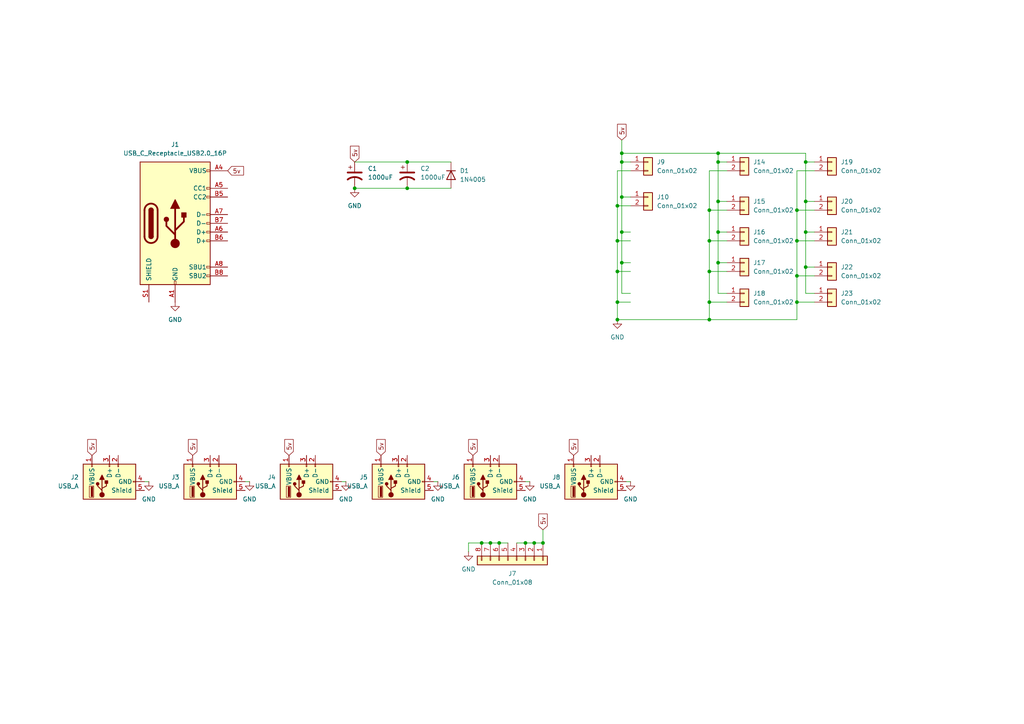
<source format=kicad_sch>
(kicad_sch
	(version 20250114)
	(generator "eeschema")
	(generator_version "9.0")
	(uuid "1839a21a-a40a-42c8-917a-ee055fffbf2c")
	(paper "A4")
	(lib_symbols
		(symbol "Connector:USB_A"
			(pin_names
				(offset 1.016)
			)
			(exclude_from_sim no)
			(in_bom yes)
			(on_board yes)
			(property "Reference" "J"
				(at -5.08 11.43 0)
				(effects
					(font
						(size 1.27 1.27)
					)
					(justify left)
				)
			)
			(property "Value" "USB_A"
				(at -5.08 8.89 0)
				(effects
					(font
						(size 1.27 1.27)
					)
					(justify left)
				)
			)
			(property "Footprint" ""
				(at 3.81 -1.27 0)
				(effects
					(font
						(size 1.27 1.27)
					)
					(hide yes)
				)
			)
			(property "Datasheet" "~"
				(at 3.81 -1.27 0)
				(effects
					(font
						(size 1.27 1.27)
					)
					(hide yes)
				)
			)
			(property "Description" "USB Type A connector"
				(at 0 0 0)
				(effects
					(font
						(size 1.27 1.27)
					)
					(hide yes)
				)
			)
			(property "ki_keywords" "connector USB"
				(at 0 0 0)
				(effects
					(font
						(size 1.27 1.27)
					)
					(hide yes)
				)
			)
			(property "ki_fp_filters" "USB*"
				(at 0 0 0)
				(effects
					(font
						(size 1.27 1.27)
					)
					(hide yes)
				)
			)
			(symbol "USB_A_0_1"
				(rectangle
					(start -5.08 -7.62)
					(end 5.08 7.62)
					(stroke
						(width 0.254)
						(type default)
					)
					(fill
						(type background)
					)
				)
				(circle
					(center -3.81 2.159)
					(radius 0.635)
					(stroke
						(width 0.254)
						(type default)
					)
					(fill
						(type outline)
					)
				)
				(polyline
					(pts
						(xy -3.175 2.159) (xy -2.54 2.159) (xy -1.27 3.429) (xy -0.635 3.429)
					)
					(stroke
						(width 0.254)
						(type default)
					)
					(fill
						(type none)
					)
				)
				(polyline
					(pts
						(xy -2.54 2.159) (xy -1.905 2.159) (xy -1.27 0.889) (xy 0 0.889)
					)
					(stroke
						(width 0.254)
						(type default)
					)
					(fill
						(type none)
					)
				)
				(rectangle
					(start -1.524 4.826)
					(end -4.318 5.334)
					(stroke
						(width 0)
						(type default)
					)
					(fill
						(type outline)
					)
				)
				(rectangle
					(start -1.27 4.572)
					(end -4.572 5.842)
					(stroke
						(width 0)
						(type default)
					)
					(fill
						(type none)
					)
				)
				(circle
					(center -0.635 3.429)
					(radius 0.381)
					(stroke
						(width 0.254)
						(type default)
					)
					(fill
						(type outline)
					)
				)
				(rectangle
					(start -0.127 -7.62)
					(end 0.127 -6.858)
					(stroke
						(width 0)
						(type default)
					)
					(fill
						(type none)
					)
				)
				(rectangle
					(start 0.254 1.27)
					(end -0.508 0.508)
					(stroke
						(width 0.254)
						(type default)
					)
					(fill
						(type outline)
					)
				)
				(polyline
					(pts
						(xy 0.635 2.794) (xy 0.635 1.524) (xy 1.905 2.159) (xy 0.635 2.794)
					)
					(stroke
						(width 0.254)
						(type default)
					)
					(fill
						(type outline)
					)
				)
				(rectangle
					(start 5.08 4.953)
					(end 4.318 5.207)
					(stroke
						(width 0)
						(type default)
					)
					(fill
						(type none)
					)
				)
				(rectangle
					(start 5.08 -0.127)
					(end 4.318 0.127)
					(stroke
						(width 0)
						(type default)
					)
					(fill
						(type none)
					)
				)
				(rectangle
					(start 5.08 -2.667)
					(end 4.318 -2.413)
					(stroke
						(width 0)
						(type default)
					)
					(fill
						(type none)
					)
				)
			)
			(symbol "USB_A_1_1"
				(polyline
					(pts
						(xy -1.905 2.159) (xy 0.635 2.159)
					)
					(stroke
						(width 0.254)
						(type default)
					)
					(fill
						(type none)
					)
				)
				(pin passive line
					(at -2.54 -10.16 90)
					(length 2.54)
					(name "Shield"
						(effects
							(font
								(size 1.27 1.27)
							)
						)
					)
					(number "5"
						(effects
							(font
								(size 1.27 1.27)
							)
						)
					)
				)
				(pin power_in line
					(at 0 -10.16 90)
					(length 2.54)
					(name "GND"
						(effects
							(font
								(size 1.27 1.27)
							)
						)
					)
					(number "4"
						(effects
							(font
								(size 1.27 1.27)
							)
						)
					)
				)
				(pin power_in line
					(at 7.62 5.08 180)
					(length 2.54)
					(name "VBUS"
						(effects
							(font
								(size 1.27 1.27)
							)
						)
					)
					(number "1"
						(effects
							(font
								(size 1.27 1.27)
							)
						)
					)
				)
				(pin bidirectional line
					(at 7.62 0 180)
					(length 2.54)
					(name "D+"
						(effects
							(font
								(size 1.27 1.27)
							)
						)
					)
					(number "3"
						(effects
							(font
								(size 1.27 1.27)
							)
						)
					)
				)
				(pin bidirectional line
					(at 7.62 -2.54 180)
					(length 2.54)
					(name "D-"
						(effects
							(font
								(size 1.27 1.27)
							)
						)
					)
					(number "2"
						(effects
							(font
								(size 1.27 1.27)
							)
						)
					)
				)
			)
			(embedded_fonts no)
		)
		(symbol "Connector:USB_C_Receptacle_USB2.0_16P"
			(pin_names
				(offset 1.016)
			)
			(exclude_from_sim no)
			(in_bom yes)
			(on_board yes)
			(property "Reference" "J"
				(at 0 22.225 0)
				(effects
					(font
						(size 1.27 1.27)
					)
				)
			)
			(property "Value" "USB_C_Receptacle_USB2.0_16P"
				(at 0 19.685 0)
				(effects
					(font
						(size 1.27 1.27)
					)
				)
			)
			(property "Footprint" ""
				(at 3.81 0 0)
				(effects
					(font
						(size 1.27 1.27)
					)
					(hide yes)
				)
			)
			(property "Datasheet" "https://www.usb.org/sites/default/files/documents/usb_type-c.zip"
				(at 3.81 0 0)
				(effects
					(font
						(size 1.27 1.27)
					)
					(hide yes)
				)
			)
			(property "Description" "USB 2.0-only 16P Type-C Receptacle connector"
				(at 0 0 0)
				(effects
					(font
						(size 1.27 1.27)
					)
					(hide yes)
				)
			)
			(property "ki_keywords" "usb universal serial bus type-C USB2.0"
				(at 0 0 0)
				(effects
					(font
						(size 1.27 1.27)
					)
					(hide yes)
				)
			)
			(property "ki_fp_filters" "USB*C*Receptacle*"
				(at 0 0 0)
				(effects
					(font
						(size 1.27 1.27)
					)
					(hide yes)
				)
			)
			(symbol "USB_C_Receptacle_USB2.0_16P_0_0"
				(rectangle
					(start -0.254 -17.78)
					(end 0.254 -16.764)
					(stroke
						(width 0)
						(type default)
					)
					(fill
						(type none)
					)
				)
				(rectangle
					(start 10.16 15.494)
					(end 9.144 14.986)
					(stroke
						(width 0)
						(type default)
					)
					(fill
						(type none)
					)
				)
				(rectangle
					(start 10.16 10.414)
					(end 9.144 9.906)
					(stroke
						(width 0)
						(type default)
					)
					(fill
						(type none)
					)
				)
				(rectangle
					(start 10.16 7.874)
					(end 9.144 7.366)
					(stroke
						(width 0)
						(type default)
					)
					(fill
						(type none)
					)
				)
				(rectangle
					(start 10.16 2.794)
					(end 9.144 2.286)
					(stroke
						(width 0)
						(type default)
					)
					(fill
						(type none)
					)
				)
				(rectangle
					(start 10.16 0.254)
					(end 9.144 -0.254)
					(stroke
						(width 0)
						(type default)
					)
					(fill
						(type none)
					)
				)
				(rectangle
					(start 10.16 -2.286)
					(end 9.144 -2.794)
					(stroke
						(width 0)
						(type default)
					)
					(fill
						(type none)
					)
				)
				(rectangle
					(start 10.16 -4.826)
					(end 9.144 -5.334)
					(stroke
						(width 0)
						(type default)
					)
					(fill
						(type none)
					)
				)
				(rectangle
					(start 10.16 -12.446)
					(end 9.144 -12.954)
					(stroke
						(width 0)
						(type default)
					)
					(fill
						(type none)
					)
				)
				(rectangle
					(start 10.16 -14.986)
					(end 9.144 -15.494)
					(stroke
						(width 0)
						(type default)
					)
					(fill
						(type none)
					)
				)
			)
			(symbol "USB_C_Receptacle_USB2.0_16P_0_1"
				(rectangle
					(start -10.16 17.78)
					(end 10.16 -17.78)
					(stroke
						(width 0.254)
						(type default)
					)
					(fill
						(type background)
					)
				)
				(polyline
					(pts
						(xy -8.89 -3.81) (xy -8.89 3.81)
					)
					(stroke
						(width 0.508)
						(type default)
					)
					(fill
						(type none)
					)
				)
				(rectangle
					(start -7.62 -3.81)
					(end -6.35 3.81)
					(stroke
						(width 0.254)
						(type default)
					)
					(fill
						(type outline)
					)
				)
				(arc
					(start -7.62 3.81)
					(mid -6.985 4.4423)
					(end -6.35 3.81)
					(stroke
						(width 0.254)
						(type default)
					)
					(fill
						(type none)
					)
				)
				(arc
					(start -7.62 3.81)
					(mid -6.985 4.4423)
					(end -6.35 3.81)
					(stroke
						(width 0.254)
						(type default)
					)
					(fill
						(type outline)
					)
				)
				(arc
					(start -8.89 3.81)
					(mid -6.985 5.7067)
					(end -5.08 3.81)
					(stroke
						(width 0.508)
						(type default)
					)
					(fill
						(type none)
					)
				)
				(arc
					(start -5.08 -3.81)
					(mid -6.985 -5.7067)
					(end -8.89 -3.81)
					(stroke
						(width 0.508)
						(type default)
					)
					(fill
						(type none)
					)
				)
				(arc
					(start -6.35 -3.81)
					(mid -6.985 -4.4423)
					(end -7.62 -3.81)
					(stroke
						(width 0.254)
						(type default)
					)
					(fill
						(type none)
					)
				)
				(arc
					(start -6.35 -3.81)
					(mid -6.985 -4.4423)
					(end -7.62 -3.81)
					(stroke
						(width 0.254)
						(type default)
					)
					(fill
						(type outline)
					)
				)
				(polyline
					(pts
						(xy -5.08 3.81) (xy -5.08 -3.81)
					)
					(stroke
						(width 0.508)
						(type default)
					)
					(fill
						(type none)
					)
				)
				(circle
					(center -2.54 1.143)
					(radius 0.635)
					(stroke
						(width 0.254)
						(type default)
					)
					(fill
						(type outline)
					)
				)
				(polyline
					(pts
						(xy -1.27 4.318) (xy 0 6.858) (xy 1.27 4.318) (xy -1.27 4.318)
					)
					(stroke
						(width 0.254)
						(type default)
					)
					(fill
						(type outline)
					)
				)
				(polyline
					(pts
						(xy 0 -2.032) (xy 2.54 0.508) (xy 2.54 1.778)
					)
					(stroke
						(width 0.508)
						(type default)
					)
					(fill
						(type none)
					)
				)
				(polyline
					(pts
						(xy 0 -3.302) (xy -2.54 -0.762) (xy -2.54 0.508)
					)
					(stroke
						(width 0.508)
						(type default)
					)
					(fill
						(type none)
					)
				)
				(polyline
					(pts
						(xy 0 -5.842) (xy 0 4.318)
					)
					(stroke
						(width 0.508)
						(type default)
					)
					(fill
						(type none)
					)
				)
				(circle
					(center 0 -5.842)
					(radius 1.27)
					(stroke
						(width 0)
						(type default)
					)
					(fill
						(type outline)
					)
				)
				(rectangle
					(start 1.905 1.778)
					(end 3.175 3.048)
					(stroke
						(width 0.254)
						(type default)
					)
					(fill
						(type outline)
					)
				)
			)
			(symbol "USB_C_Receptacle_USB2.0_16P_1_1"
				(pin passive line
					(at -7.62 -22.86 90)
					(length 5.08)
					(name "SHIELD"
						(effects
							(font
								(size 1.27 1.27)
							)
						)
					)
					(number "S1"
						(effects
							(font
								(size 1.27 1.27)
							)
						)
					)
				)
				(pin passive line
					(at 0 -22.86 90)
					(length 5.08)
					(name "GND"
						(effects
							(font
								(size 1.27 1.27)
							)
						)
					)
					(number "A1"
						(effects
							(font
								(size 1.27 1.27)
							)
						)
					)
				)
				(pin passive line
					(at 0 -22.86 90)
					(length 5.08)
					(hide yes)
					(name "GND"
						(effects
							(font
								(size 1.27 1.27)
							)
						)
					)
					(number "A12"
						(effects
							(font
								(size 1.27 1.27)
							)
						)
					)
				)
				(pin passive line
					(at 0 -22.86 90)
					(length 5.08)
					(hide yes)
					(name "GND"
						(effects
							(font
								(size 1.27 1.27)
							)
						)
					)
					(number "B1"
						(effects
							(font
								(size 1.27 1.27)
							)
						)
					)
				)
				(pin passive line
					(at 0 -22.86 90)
					(length 5.08)
					(hide yes)
					(name "GND"
						(effects
							(font
								(size 1.27 1.27)
							)
						)
					)
					(number "B12"
						(effects
							(font
								(size 1.27 1.27)
							)
						)
					)
				)
				(pin passive line
					(at 15.24 15.24 180)
					(length 5.08)
					(name "VBUS"
						(effects
							(font
								(size 1.27 1.27)
							)
						)
					)
					(number "A4"
						(effects
							(font
								(size 1.27 1.27)
							)
						)
					)
				)
				(pin passive line
					(at 15.24 15.24 180)
					(length 5.08)
					(hide yes)
					(name "VBUS"
						(effects
							(font
								(size 1.27 1.27)
							)
						)
					)
					(number "A9"
						(effects
							(font
								(size 1.27 1.27)
							)
						)
					)
				)
				(pin passive line
					(at 15.24 15.24 180)
					(length 5.08)
					(hide yes)
					(name "VBUS"
						(effects
							(font
								(size 1.27 1.27)
							)
						)
					)
					(number "B4"
						(effects
							(font
								(size 1.27 1.27)
							)
						)
					)
				)
				(pin passive line
					(at 15.24 15.24 180)
					(length 5.08)
					(hide yes)
					(name "VBUS"
						(effects
							(font
								(size 1.27 1.27)
							)
						)
					)
					(number "B9"
						(effects
							(font
								(size 1.27 1.27)
							)
						)
					)
				)
				(pin bidirectional line
					(at 15.24 10.16 180)
					(length 5.08)
					(name "CC1"
						(effects
							(font
								(size 1.27 1.27)
							)
						)
					)
					(number "A5"
						(effects
							(font
								(size 1.27 1.27)
							)
						)
					)
				)
				(pin bidirectional line
					(at 15.24 7.62 180)
					(length 5.08)
					(name "CC2"
						(effects
							(font
								(size 1.27 1.27)
							)
						)
					)
					(number "B5"
						(effects
							(font
								(size 1.27 1.27)
							)
						)
					)
				)
				(pin bidirectional line
					(at 15.24 2.54 180)
					(length 5.08)
					(name "D-"
						(effects
							(font
								(size 1.27 1.27)
							)
						)
					)
					(number "A7"
						(effects
							(font
								(size 1.27 1.27)
							)
						)
					)
				)
				(pin bidirectional line
					(at 15.24 0 180)
					(length 5.08)
					(name "D-"
						(effects
							(font
								(size 1.27 1.27)
							)
						)
					)
					(number "B7"
						(effects
							(font
								(size 1.27 1.27)
							)
						)
					)
				)
				(pin bidirectional line
					(at 15.24 -2.54 180)
					(length 5.08)
					(name "D+"
						(effects
							(font
								(size 1.27 1.27)
							)
						)
					)
					(number "A6"
						(effects
							(font
								(size 1.27 1.27)
							)
						)
					)
				)
				(pin bidirectional line
					(at 15.24 -5.08 180)
					(length 5.08)
					(name "D+"
						(effects
							(font
								(size 1.27 1.27)
							)
						)
					)
					(number "B6"
						(effects
							(font
								(size 1.27 1.27)
							)
						)
					)
				)
				(pin bidirectional line
					(at 15.24 -12.7 180)
					(length 5.08)
					(name "SBU1"
						(effects
							(font
								(size 1.27 1.27)
							)
						)
					)
					(number "A8"
						(effects
							(font
								(size 1.27 1.27)
							)
						)
					)
				)
				(pin bidirectional line
					(at 15.24 -15.24 180)
					(length 5.08)
					(name "SBU2"
						(effects
							(font
								(size 1.27 1.27)
							)
						)
					)
					(number "B8"
						(effects
							(font
								(size 1.27 1.27)
							)
						)
					)
				)
			)
			(embedded_fonts no)
		)
		(symbol "Connector_Generic:Conn_01x02"
			(pin_names
				(offset 1.016)
				(hide yes)
			)
			(exclude_from_sim no)
			(in_bom yes)
			(on_board yes)
			(property "Reference" "J"
				(at 0 2.54 0)
				(effects
					(font
						(size 1.27 1.27)
					)
				)
			)
			(property "Value" "Conn_01x02"
				(at 0 -5.08 0)
				(effects
					(font
						(size 1.27 1.27)
					)
				)
			)
			(property "Footprint" ""
				(at 0 0 0)
				(effects
					(font
						(size 1.27 1.27)
					)
					(hide yes)
				)
			)
			(property "Datasheet" "~"
				(at 0 0 0)
				(effects
					(font
						(size 1.27 1.27)
					)
					(hide yes)
				)
			)
			(property "Description" "Generic connector, single row, 01x02, script generated (kicad-library-utils/schlib/autogen/connector/)"
				(at 0 0 0)
				(effects
					(font
						(size 1.27 1.27)
					)
					(hide yes)
				)
			)
			(property "ki_keywords" "connector"
				(at 0 0 0)
				(effects
					(font
						(size 1.27 1.27)
					)
					(hide yes)
				)
			)
			(property "ki_fp_filters" "Connector*:*_1x??_*"
				(at 0 0 0)
				(effects
					(font
						(size 1.27 1.27)
					)
					(hide yes)
				)
			)
			(symbol "Conn_01x02_1_1"
				(rectangle
					(start -1.27 1.27)
					(end 1.27 -3.81)
					(stroke
						(width 0.254)
						(type default)
					)
					(fill
						(type background)
					)
				)
				(rectangle
					(start -1.27 0.127)
					(end 0 -0.127)
					(stroke
						(width 0.1524)
						(type default)
					)
					(fill
						(type none)
					)
				)
				(rectangle
					(start -1.27 -2.413)
					(end 0 -2.667)
					(stroke
						(width 0.1524)
						(type default)
					)
					(fill
						(type none)
					)
				)
				(pin passive line
					(at -5.08 0 0)
					(length 3.81)
					(name "Pin_1"
						(effects
							(font
								(size 1.27 1.27)
							)
						)
					)
					(number "1"
						(effects
							(font
								(size 1.27 1.27)
							)
						)
					)
				)
				(pin passive line
					(at -5.08 -2.54 0)
					(length 3.81)
					(name "Pin_2"
						(effects
							(font
								(size 1.27 1.27)
							)
						)
					)
					(number "2"
						(effects
							(font
								(size 1.27 1.27)
							)
						)
					)
				)
			)
			(embedded_fonts no)
		)
		(symbol "Connector_Generic:Conn_01x08"
			(pin_names
				(offset 1.016)
				(hide yes)
			)
			(exclude_from_sim no)
			(in_bom yes)
			(on_board yes)
			(property "Reference" "J"
				(at 0 10.16 0)
				(effects
					(font
						(size 1.27 1.27)
					)
				)
			)
			(property "Value" "Conn_01x08"
				(at 0 -12.7 0)
				(effects
					(font
						(size 1.27 1.27)
					)
				)
			)
			(property "Footprint" ""
				(at 0 0 0)
				(effects
					(font
						(size 1.27 1.27)
					)
					(hide yes)
				)
			)
			(property "Datasheet" "~"
				(at 0 0 0)
				(effects
					(font
						(size 1.27 1.27)
					)
					(hide yes)
				)
			)
			(property "Description" "Generic connector, single row, 01x08, script generated (kicad-library-utils/schlib/autogen/connector/)"
				(at 0 0 0)
				(effects
					(font
						(size 1.27 1.27)
					)
					(hide yes)
				)
			)
			(property "ki_keywords" "connector"
				(at 0 0 0)
				(effects
					(font
						(size 1.27 1.27)
					)
					(hide yes)
				)
			)
			(property "ki_fp_filters" "Connector*:*_1x??_*"
				(at 0 0 0)
				(effects
					(font
						(size 1.27 1.27)
					)
					(hide yes)
				)
			)
			(symbol "Conn_01x08_1_1"
				(rectangle
					(start -1.27 8.89)
					(end 1.27 -11.43)
					(stroke
						(width 0.254)
						(type default)
					)
					(fill
						(type background)
					)
				)
				(rectangle
					(start -1.27 7.747)
					(end 0 7.493)
					(stroke
						(width 0.1524)
						(type default)
					)
					(fill
						(type none)
					)
				)
				(rectangle
					(start -1.27 5.207)
					(end 0 4.953)
					(stroke
						(width 0.1524)
						(type default)
					)
					(fill
						(type none)
					)
				)
				(rectangle
					(start -1.27 2.667)
					(end 0 2.413)
					(stroke
						(width 0.1524)
						(type default)
					)
					(fill
						(type none)
					)
				)
				(rectangle
					(start -1.27 0.127)
					(end 0 -0.127)
					(stroke
						(width 0.1524)
						(type default)
					)
					(fill
						(type none)
					)
				)
				(rectangle
					(start -1.27 -2.413)
					(end 0 -2.667)
					(stroke
						(width 0.1524)
						(type default)
					)
					(fill
						(type none)
					)
				)
				(rectangle
					(start -1.27 -4.953)
					(end 0 -5.207)
					(stroke
						(width 0.1524)
						(type default)
					)
					(fill
						(type none)
					)
				)
				(rectangle
					(start -1.27 -7.493)
					(end 0 -7.747)
					(stroke
						(width 0.1524)
						(type default)
					)
					(fill
						(type none)
					)
				)
				(rectangle
					(start -1.27 -10.033)
					(end 0 -10.287)
					(stroke
						(width 0.1524)
						(type default)
					)
					(fill
						(type none)
					)
				)
				(pin passive line
					(at -5.08 7.62 0)
					(length 3.81)
					(name "Pin_1"
						(effects
							(font
								(size 1.27 1.27)
							)
						)
					)
					(number "1"
						(effects
							(font
								(size 1.27 1.27)
							)
						)
					)
				)
				(pin passive line
					(at -5.08 5.08 0)
					(length 3.81)
					(name "Pin_2"
						(effects
							(font
								(size 1.27 1.27)
							)
						)
					)
					(number "2"
						(effects
							(font
								(size 1.27 1.27)
							)
						)
					)
				)
				(pin passive line
					(at -5.08 2.54 0)
					(length 3.81)
					(name "Pin_3"
						(effects
							(font
								(size 1.27 1.27)
							)
						)
					)
					(number "3"
						(effects
							(font
								(size 1.27 1.27)
							)
						)
					)
				)
				(pin passive line
					(at -5.08 0 0)
					(length 3.81)
					(name "Pin_4"
						(effects
							(font
								(size 1.27 1.27)
							)
						)
					)
					(number "4"
						(effects
							(font
								(size 1.27 1.27)
							)
						)
					)
				)
				(pin passive line
					(at -5.08 -2.54 0)
					(length 3.81)
					(name "Pin_5"
						(effects
							(font
								(size 1.27 1.27)
							)
						)
					)
					(number "5"
						(effects
							(font
								(size 1.27 1.27)
							)
						)
					)
				)
				(pin passive line
					(at -5.08 -5.08 0)
					(length 3.81)
					(name "Pin_6"
						(effects
							(font
								(size 1.27 1.27)
							)
						)
					)
					(number "6"
						(effects
							(font
								(size 1.27 1.27)
							)
						)
					)
				)
				(pin passive line
					(at -5.08 -7.62 0)
					(length 3.81)
					(name "Pin_7"
						(effects
							(font
								(size 1.27 1.27)
							)
						)
					)
					(number "7"
						(effects
							(font
								(size 1.27 1.27)
							)
						)
					)
				)
				(pin passive line
					(at -5.08 -10.16 0)
					(length 3.81)
					(name "Pin_8"
						(effects
							(font
								(size 1.27 1.27)
							)
						)
					)
					(number "8"
						(effects
							(font
								(size 1.27 1.27)
							)
						)
					)
				)
			)
			(embedded_fonts no)
		)
		(symbol "Device:C_Polarized_US"
			(pin_numbers
				(hide yes)
			)
			(pin_names
				(offset 0.254)
				(hide yes)
			)
			(exclude_from_sim no)
			(in_bom yes)
			(on_board yes)
			(property "Reference" "C"
				(at 0.635 2.54 0)
				(effects
					(font
						(size 1.27 1.27)
					)
					(justify left)
				)
			)
			(property "Value" "C_Polarized_US"
				(at 0.635 -2.54 0)
				(effects
					(font
						(size 1.27 1.27)
					)
					(justify left)
				)
			)
			(property "Footprint" ""
				(at 0 0 0)
				(effects
					(font
						(size 1.27 1.27)
					)
					(hide yes)
				)
			)
			(property "Datasheet" "~"
				(at 0 0 0)
				(effects
					(font
						(size 1.27 1.27)
					)
					(hide yes)
				)
			)
			(property "Description" "Polarized capacitor, US symbol"
				(at 0 0 0)
				(effects
					(font
						(size 1.27 1.27)
					)
					(hide yes)
				)
			)
			(property "ki_keywords" "cap capacitor"
				(at 0 0 0)
				(effects
					(font
						(size 1.27 1.27)
					)
					(hide yes)
				)
			)
			(property "ki_fp_filters" "CP_*"
				(at 0 0 0)
				(effects
					(font
						(size 1.27 1.27)
					)
					(hide yes)
				)
			)
			(symbol "C_Polarized_US_0_1"
				(polyline
					(pts
						(xy -2.032 0.762) (xy 2.032 0.762)
					)
					(stroke
						(width 0.508)
						(type default)
					)
					(fill
						(type none)
					)
				)
				(polyline
					(pts
						(xy -1.778 2.286) (xy -0.762 2.286)
					)
					(stroke
						(width 0)
						(type default)
					)
					(fill
						(type none)
					)
				)
				(polyline
					(pts
						(xy -1.27 1.778) (xy -1.27 2.794)
					)
					(stroke
						(width 0)
						(type default)
					)
					(fill
						(type none)
					)
				)
				(arc
					(start -2.032 -1.27)
					(mid 0 -0.5572)
					(end 2.032 -1.27)
					(stroke
						(width 0.508)
						(type default)
					)
					(fill
						(type none)
					)
				)
			)
			(symbol "C_Polarized_US_1_1"
				(pin passive line
					(at 0 3.81 270)
					(length 2.794)
					(name "~"
						(effects
							(font
								(size 1.27 1.27)
							)
						)
					)
					(number "1"
						(effects
							(font
								(size 1.27 1.27)
							)
						)
					)
				)
				(pin passive line
					(at 0 -3.81 90)
					(length 3.302)
					(name "~"
						(effects
							(font
								(size 1.27 1.27)
							)
						)
					)
					(number "2"
						(effects
							(font
								(size 1.27 1.27)
							)
						)
					)
				)
			)
			(embedded_fonts no)
		)
		(symbol "Diode:1N4005"
			(pin_numbers
				(hide yes)
			)
			(pin_names
				(hide yes)
			)
			(exclude_from_sim no)
			(in_bom yes)
			(on_board yes)
			(property "Reference" "D"
				(at 0 2.54 0)
				(effects
					(font
						(size 1.27 1.27)
					)
				)
			)
			(property "Value" "1N4005"
				(at 0 -2.54 0)
				(effects
					(font
						(size 1.27 1.27)
					)
				)
			)
			(property "Footprint" "Diode_THT:D_DO-41_SOD81_P10.16mm_Horizontal"
				(at 0 -4.445 0)
				(effects
					(font
						(size 1.27 1.27)
					)
					(hide yes)
				)
			)
			(property "Datasheet" "http://www.vishay.com/docs/88503/1n4001.pdf"
				(at 0 0 0)
				(effects
					(font
						(size 1.27 1.27)
					)
					(hide yes)
				)
			)
			(property "Description" "600V 1A General Purpose Rectifier Diode, DO-41"
				(at 0 0 0)
				(effects
					(font
						(size 1.27 1.27)
					)
					(hide yes)
				)
			)
			(property "Sim.Device" "D"
				(at 0 0 0)
				(effects
					(font
						(size 1.27 1.27)
					)
					(hide yes)
				)
			)
			(property "Sim.Pins" "1=K 2=A"
				(at 0 0 0)
				(effects
					(font
						(size 1.27 1.27)
					)
					(hide yes)
				)
			)
			(property "ki_keywords" "diode"
				(at 0 0 0)
				(effects
					(font
						(size 1.27 1.27)
					)
					(hide yes)
				)
			)
			(property "ki_fp_filters" "D*DO?41*"
				(at 0 0 0)
				(effects
					(font
						(size 1.27 1.27)
					)
					(hide yes)
				)
			)
			(symbol "1N4005_0_1"
				(polyline
					(pts
						(xy -1.27 1.27) (xy -1.27 -1.27)
					)
					(stroke
						(width 0.254)
						(type default)
					)
					(fill
						(type none)
					)
				)
				(polyline
					(pts
						(xy 1.27 1.27) (xy 1.27 -1.27) (xy -1.27 0) (xy 1.27 1.27)
					)
					(stroke
						(width 0.254)
						(type default)
					)
					(fill
						(type none)
					)
				)
				(polyline
					(pts
						(xy 1.27 0) (xy -1.27 0)
					)
					(stroke
						(width 0)
						(type default)
					)
					(fill
						(type none)
					)
				)
			)
			(symbol "1N4005_1_1"
				(pin passive line
					(at -3.81 0 0)
					(length 2.54)
					(name "K"
						(effects
							(font
								(size 1.27 1.27)
							)
						)
					)
					(number "1"
						(effects
							(font
								(size 1.27 1.27)
							)
						)
					)
				)
				(pin passive line
					(at 3.81 0 180)
					(length 2.54)
					(name "A"
						(effects
							(font
								(size 1.27 1.27)
							)
						)
					)
					(number "2"
						(effects
							(font
								(size 1.27 1.27)
							)
						)
					)
				)
			)
			(embedded_fonts no)
		)
		(symbol "power:GND"
			(power)
			(pin_numbers
				(hide yes)
			)
			(pin_names
				(offset 0)
				(hide yes)
			)
			(exclude_from_sim no)
			(in_bom yes)
			(on_board yes)
			(property "Reference" "#PWR"
				(at 0 -6.35 0)
				(effects
					(font
						(size 1.27 1.27)
					)
					(hide yes)
				)
			)
			(property "Value" "GND"
				(at 0 -3.81 0)
				(effects
					(font
						(size 1.27 1.27)
					)
				)
			)
			(property "Footprint" ""
				(at 0 0 0)
				(effects
					(font
						(size 1.27 1.27)
					)
					(hide yes)
				)
			)
			(property "Datasheet" ""
				(at 0 0 0)
				(effects
					(font
						(size 1.27 1.27)
					)
					(hide yes)
				)
			)
			(property "Description" "Power symbol creates a global label with name \"GND\" , ground"
				(at 0 0 0)
				(effects
					(font
						(size 1.27 1.27)
					)
					(hide yes)
				)
			)
			(property "ki_keywords" "global power"
				(at 0 0 0)
				(effects
					(font
						(size 1.27 1.27)
					)
					(hide yes)
				)
			)
			(symbol "GND_0_1"
				(polyline
					(pts
						(xy 0 0) (xy 0 -1.27) (xy 1.27 -1.27) (xy 0 -2.54) (xy -1.27 -1.27) (xy 0 -1.27)
					)
					(stroke
						(width 0)
						(type default)
					)
					(fill
						(type none)
					)
				)
			)
			(symbol "GND_1_1"
				(pin power_in line
					(at 0 0 270)
					(length 0)
					(name "~"
						(effects
							(font
								(size 1.27 1.27)
							)
						)
					)
					(number "1"
						(effects
							(font
								(size 1.27 1.27)
							)
						)
					)
				)
			)
			(embedded_fonts no)
		)
	)
	(junction
		(at 180.34 57.15)
		(diameter 0)
		(color 0 0 0 0)
		(uuid "0cab5480-d068-43ac-90bb-3467e3624cd0")
	)
	(junction
		(at 179.07 87.63)
		(diameter 0)
		(color 0 0 0 0)
		(uuid "0eec0bb9-55b7-4fd6-a452-b722bd89e722")
	)
	(junction
		(at 152.4 157.48)
		(diameter 0)
		(color 0 0 0 0)
		(uuid "204eb66c-c80d-4ea9-9665-5525b752fcef")
	)
	(junction
		(at 139.7 157.48)
		(diameter 0)
		(color 0 0 0 0)
		(uuid "27eea250-491e-4305-a898-fe0c75aeacd3")
	)
	(junction
		(at 180.34 76.2)
		(diameter 0)
		(color 0 0 0 0)
		(uuid "29e2be65-dde7-4183-89bc-0cce537c792c")
	)
	(junction
		(at 233.68 58.42)
		(diameter 0)
		(color 0 0 0 0)
		(uuid "2a263ec1-6bac-4f0f-9aeb-91487974e3dd")
	)
	(junction
		(at 231.14 60.96)
		(diameter 0)
		(color 0 0 0 0)
		(uuid "3913a6b6-733e-4c0a-b101-659a76ba28ad")
	)
	(junction
		(at 180.34 67.31)
		(diameter 0)
		(color 0 0 0 0)
		(uuid "3eff4b7c-54ed-4b5e-8676-6210ad379d1a")
	)
	(junction
		(at 205.74 92.71)
		(diameter 0)
		(color 0 0 0 0)
		(uuid "424798be-d855-400a-80df-224160871d79")
	)
	(junction
		(at 208.28 44.45)
		(diameter 0)
		(color 0 0 0 0)
		(uuid "42819a0b-dd15-4b82-8a62-042a81fa87bc")
	)
	(junction
		(at 179.07 78.74)
		(diameter 0)
		(color 0 0 0 0)
		(uuid "446533a1-1b76-4906-b2e2-7cc676cac857")
	)
	(junction
		(at 205.74 87.63)
		(diameter 0)
		(color 0 0 0 0)
		(uuid "5037d0d3-da47-4b4f-8402-7749221522e2")
	)
	(junction
		(at 233.68 67.31)
		(diameter 0)
		(color 0 0 0 0)
		(uuid "5a6daccd-ef84-4d60-826f-a8eca5fbc3dc")
	)
	(junction
		(at 231.14 87.63)
		(diameter 0)
		(color 0 0 0 0)
		(uuid "61ee94dc-ffab-43d5-b148-d89584fe622b")
	)
	(junction
		(at 179.07 92.71)
		(diameter 0)
		(color 0 0 0 0)
		(uuid "64495e55-73ba-429d-8346-1569ac00ddf5")
	)
	(junction
		(at 205.74 69.85)
		(diameter 0)
		(color 0 0 0 0)
		(uuid "6825d020-ac17-4b64-8f32-82622a217fd6")
	)
	(junction
		(at 179.07 59.69)
		(diameter 0)
		(color 0 0 0 0)
		(uuid "6b998c69-f78c-4dd8-a4f6-40e25ee83b00")
	)
	(junction
		(at 231.14 80.01)
		(diameter 0)
		(color 0 0 0 0)
		(uuid "73f1e68b-04dd-42ab-8f7f-4b791a4f77bd")
	)
	(junction
		(at 205.74 78.74)
		(diameter 0)
		(color 0 0 0 0)
		(uuid "741df891-962f-48f8-8863-2ec650210e96")
	)
	(junction
		(at 208.28 58.42)
		(diameter 0)
		(color 0 0 0 0)
		(uuid "745a9ab8-c8bd-494a-98b1-14cf325e9871")
	)
	(junction
		(at 208.28 67.31)
		(diameter 0)
		(color 0 0 0 0)
		(uuid "7c39e55a-d8d9-4524-a759-b6dcfa394e8b")
	)
	(junction
		(at 231.14 69.85)
		(diameter 0)
		(color 0 0 0 0)
		(uuid "8050f3cc-5038-41de-88ca-35dc938b0644")
	)
	(junction
		(at 144.78 157.48)
		(diameter 0)
		(color 0 0 0 0)
		(uuid "80f30898-18c6-4860-9e35-7907a445ef7a")
	)
	(junction
		(at 205.74 60.96)
		(diameter 0)
		(color 0 0 0 0)
		(uuid "91132672-7573-46be-93c3-642b884b303b")
	)
	(junction
		(at 208.28 76.2)
		(diameter 0)
		(color 0 0 0 0)
		(uuid "9b9bfae1-1c24-44f8-ab62-e740c89ee739")
	)
	(junction
		(at 233.68 46.99)
		(diameter 0)
		(color 0 0 0 0)
		(uuid "a332c8fa-055a-42d2-a2a8-2e3c3eedfb83")
	)
	(junction
		(at 179.07 69.85)
		(diameter 0)
		(color 0 0 0 0)
		(uuid "a3e5a0ba-7721-43f8-b885-6d7cec13a4d8")
	)
	(junction
		(at 180.34 46.99)
		(diameter 0)
		(color 0 0 0 0)
		(uuid "a95d226d-0335-43f7-94c8-8013349d04e2")
	)
	(junction
		(at 102.87 54.61)
		(diameter 0)
		(color 0 0 0 0)
		(uuid "ab183f36-3a62-452a-9588-2a4d752d4c35")
	)
	(junction
		(at 233.68 77.47)
		(diameter 0)
		(color 0 0 0 0)
		(uuid "ad725fc0-eb25-490b-ba17-370d80d9db49")
	)
	(junction
		(at 142.24 157.48)
		(diameter 0)
		(color 0 0 0 0)
		(uuid "b52512e4-ce17-4e6a-bbb5-a9c2f5a7e203")
	)
	(junction
		(at 118.11 46.99)
		(diameter 0)
		(color 0 0 0 0)
		(uuid "bee0493d-4aca-4ab1-b876-54ca9c541bf2")
	)
	(junction
		(at 157.48 157.48)
		(diameter 0)
		(color 0 0 0 0)
		(uuid "c82e6e72-336d-49b4-a0cd-8bae00c8c721")
	)
	(junction
		(at 208.28 46.99)
		(diameter 0)
		(color 0 0 0 0)
		(uuid "d4d2ea00-36ac-4bab-9e37-6132ca850912")
	)
	(junction
		(at 154.94 157.48)
		(diameter 0)
		(color 0 0 0 0)
		(uuid "dd18cb7f-65f6-4445-b28c-74ddd2f09c98")
	)
	(junction
		(at 180.34 44.45)
		(diameter 0)
		(color 0 0 0 0)
		(uuid "e001ecda-4bd6-4510-80c2-e6fa4bb6da4c")
	)
	(junction
		(at 118.11 54.61)
		(diameter 0)
		(color 0 0 0 0)
		(uuid "e3950e17-b61c-4484-b76c-7edf6f0eea92")
	)
	(wire
		(pts
			(xy 236.22 58.42) (xy 233.68 58.42)
		)
		(stroke
			(width 0)
			(type default)
		)
		(uuid "001eee5d-2cc7-493d-8bfc-d67291cdbbf9")
	)
	(wire
		(pts
			(xy 205.74 87.63) (xy 205.74 92.71)
		)
		(stroke
			(width 0)
			(type default)
		)
		(uuid "012d5192-ae0f-4acc-809b-4f59de67d221")
	)
	(wire
		(pts
			(xy 236.22 77.47) (xy 233.68 77.47)
		)
		(stroke
			(width 0)
			(type default)
		)
		(uuid "015ded5a-e18b-4bba-bf9f-4c2243df042d")
	)
	(wire
		(pts
			(xy 99.06 139.7) (xy 100.33 139.7)
		)
		(stroke
			(width 0)
			(type default)
		)
		(uuid "02bf72a7-5b22-482f-8736-a14cbfa593cb")
	)
	(wire
		(pts
			(xy 210.82 85.09) (xy 208.28 85.09)
		)
		(stroke
			(width 0)
			(type default)
		)
		(uuid "02dce04f-372b-4d5c-a3f4-8916dda81101")
	)
	(wire
		(pts
			(xy 210.82 46.99) (xy 208.28 46.99)
		)
		(stroke
			(width 0)
			(type default)
		)
		(uuid "03bd8d1c-9f77-48c9-b1ca-2d065bd92a39")
	)
	(wire
		(pts
			(xy 208.28 44.45) (xy 180.34 44.45)
		)
		(stroke
			(width 0)
			(type default)
		)
		(uuid "046fd2f9-8ac1-42b4-a3b6-1c9d5551f413")
	)
	(wire
		(pts
			(xy 231.14 80.01) (xy 231.14 87.63)
		)
		(stroke
			(width 0)
			(type default)
		)
		(uuid "0650bce6-4c42-4597-9473-96a4b4df86e3")
	)
	(wire
		(pts
			(xy 118.11 54.61) (xy 130.81 54.61)
		)
		(stroke
			(width 0)
			(type default)
		)
		(uuid "0687f73f-e741-4b26-8de8-ef62a27bc276")
	)
	(wire
		(pts
			(xy 210.82 49.53) (xy 205.74 49.53)
		)
		(stroke
			(width 0)
			(type default)
		)
		(uuid "07622047-7ffc-4dc5-9937-c5e08c164fa6")
	)
	(wire
		(pts
			(xy 236.22 80.01) (xy 231.14 80.01)
		)
		(stroke
			(width 0)
			(type default)
		)
		(uuid "095b9ade-4961-476e-b6fe-c6bc8efaa0e2")
	)
	(wire
		(pts
			(xy 210.82 58.42) (xy 208.28 58.42)
		)
		(stroke
			(width 0)
			(type default)
		)
		(uuid "0a402c8b-65d2-4eff-976d-51676077f2bd")
	)
	(wire
		(pts
			(xy 236.22 85.09) (xy 233.68 85.09)
		)
		(stroke
			(width 0)
			(type default)
		)
		(uuid "14f4130e-31c3-4b51-bc75-ae4e44c786e4")
	)
	(wire
		(pts
			(xy 231.14 60.96) (xy 231.14 69.85)
		)
		(stroke
			(width 0)
			(type default)
		)
		(uuid "1a547a9a-d627-4674-b3f4-c93248506b72")
	)
	(wire
		(pts
			(xy 157.48 157.48) (xy 157.48 153.67)
		)
		(stroke
			(width 0)
			(type default)
		)
		(uuid "1dff3788-6ba4-46bc-8c8d-932eba72747f")
	)
	(wire
		(pts
			(xy 205.74 49.53) (xy 205.74 60.96)
		)
		(stroke
			(width 0)
			(type default)
		)
		(uuid "1f017753-4faf-4dff-98a3-5508c51b7dc6")
	)
	(wire
		(pts
			(xy 205.74 60.96) (xy 205.74 69.85)
		)
		(stroke
			(width 0)
			(type default)
		)
		(uuid "2026b677-a170-4415-8d87-4e5ccdf73fbb")
	)
	(wire
		(pts
			(xy 142.24 157.48) (xy 139.7 157.48)
		)
		(stroke
			(width 0)
			(type default)
		)
		(uuid "27af7fc4-b89c-489b-9790-d90f6db6879e")
	)
	(wire
		(pts
			(xy 182.88 87.63) (xy 179.07 87.63)
		)
		(stroke
			(width 0)
			(type default)
		)
		(uuid "2a2feb00-a392-4651-bd84-68cb581d5a73")
	)
	(wire
		(pts
			(xy 182.88 69.85) (xy 179.07 69.85)
		)
		(stroke
			(width 0)
			(type default)
		)
		(uuid "3183b714-70f0-4fbd-9c82-3f8a1d462986")
	)
	(wire
		(pts
			(xy 210.82 76.2) (xy 208.28 76.2)
		)
		(stroke
			(width 0)
			(type default)
		)
		(uuid "354253cb-5171-44b9-aa67-faeb56b2a4d3")
	)
	(wire
		(pts
			(xy 180.34 67.31) (xy 180.34 57.15)
		)
		(stroke
			(width 0)
			(type default)
		)
		(uuid "3794e6d8-0c2a-448c-9a89-b99907d44f54")
	)
	(wire
		(pts
			(xy 208.28 76.2) (xy 208.28 67.31)
		)
		(stroke
			(width 0)
			(type default)
		)
		(uuid "3abcc013-541e-40bc-9227-30f097e4084e")
	)
	(wire
		(pts
			(xy 41.91 139.7) (xy 43.18 139.7)
		)
		(stroke
			(width 0)
			(type default)
		)
		(uuid "41550dab-668a-4355-b659-ed8f8b9fba8f")
	)
	(wire
		(pts
			(xy 233.68 85.09) (xy 233.68 77.47)
		)
		(stroke
			(width 0)
			(type default)
		)
		(uuid "46789740-56ad-4f34-9468-05137aeb75e2")
	)
	(wire
		(pts
			(xy 233.68 58.42) (xy 233.68 46.99)
		)
		(stroke
			(width 0)
			(type default)
		)
		(uuid "499a18cb-dd4d-4cd8-8941-ffeffdbb0c49")
	)
	(wire
		(pts
			(xy 152.4 157.48) (xy 154.94 157.48)
		)
		(stroke
			(width 0)
			(type default)
		)
		(uuid "4bdc5f3d-ae9d-4480-8da9-417a20c5d9d5")
	)
	(wire
		(pts
			(xy 208.28 44.45) (xy 233.68 44.45)
		)
		(stroke
			(width 0)
			(type default)
		)
		(uuid "4c385508-d0dd-405a-bcd5-d01937e359c5")
	)
	(wire
		(pts
			(xy 208.28 58.42) (xy 208.28 46.99)
		)
		(stroke
			(width 0)
			(type default)
		)
		(uuid "4da19313-bfb2-4db6-be0c-44bf7fec37e2")
	)
	(wire
		(pts
			(xy 179.07 49.53) (xy 179.07 59.69)
		)
		(stroke
			(width 0)
			(type default)
		)
		(uuid "4dc41a61-bb71-411a-82ce-cf384b780088")
	)
	(wire
		(pts
			(xy 180.34 85.09) (xy 180.34 76.2)
		)
		(stroke
			(width 0)
			(type default)
		)
		(uuid "51221e1a-0b5a-40df-9620-fa4a85a12aec")
	)
	(wire
		(pts
			(xy 125.73 139.7) (xy 127 139.7)
		)
		(stroke
			(width 0)
			(type default)
		)
		(uuid "581c0596-1fe6-4f2a-b9ed-371a3f824aa6")
	)
	(wire
		(pts
			(xy 102.87 54.61) (xy 118.11 54.61)
		)
		(stroke
			(width 0)
			(type default)
		)
		(uuid "5a3074b4-bb78-42ef-a91c-559190bc4b97")
	)
	(wire
		(pts
			(xy 135.89 157.48) (xy 135.89 160.02)
		)
		(stroke
			(width 0)
			(type default)
		)
		(uuid "5a67e189-268c-4e12-8142-9c086ecf2930")
	)
	(wire
		(pts
			(xy 208.28 85.09) (xy 208.28 76.2)
		)
		(stroke
			(width 0)
			(type default)
		)
		(uuid "5cc187c7-a2d0-4503-8522-02702b37a387")
	)
	(wire
		(pts
			(xy 182.88 67.31) (xy 180.34 67.31)
		)
		(stroke
			(width 0)
			(type default)
		)
		(uuid "5ee39453-9219-491a-8bc8-5313dab34407")
	)
	(wire
		(pts
			(xy 236.22 87.63) (xy 231.14 87.63)
		)
		(stroke
			(width 0)
			(type default)
		)
		(uuid "6c7197cf-d000-405a-b6a6-07b38ecb011e")
	)
	(wire
		(pts
			(xy 210.82 69.85) (xy 205.74 69.85)
		)
		(stroke
			(width 0)
			(type default)
		)
		(uuid "7853d6fc-0ac8-4141-b470-de13561621ad")
	)
	(wire
		(pts
			(xy 231.14 69.85) (xy 231.14 80.01)
		)
		(stroke
			(width 0)
			(type default)
		)
		(uuid "78dfd490-9389-4b98-9f8a-e3a6ca9180d1")
	)
	(wire
		(pts
			(xy 205.74 69.85) (xy 205.74 78.74)
		)
		(stroke
			(width 0)
			(type default)
		)
		(uuid "8776c0aa-c171-4986-80cb-8cbe8719579e")
	)
	(wire
		(pts
			(xy 147.32 157.48) (xy 144.78 157.48)
		)
		(stroke
			(width 0)
			(type default)
		)
		(uuid "88c2a979-2b7e-4812-a9b0-a09138462deb")
	)
	(wire
		(pts
			(xy 233.68 46.99) (xy 233.68 44.45)
		)
		(stroke
			(width 0)
			(type default)
		)
		(uuid "8c72b697-39ad-45d2-ad48-fcbd93f1e88d")
	)
	(wire
		(pts
			(xy 152.4 139.7) (xy 153.67 139.7)
		)
		(stroke
			(width 0)
			(type default)
		)
		(uuid "8e4cb3c0-f9c8-496a-ae12-a8014d403456")
	)
	(wire
		(pts
			(xy 144.78 157.48) (xy 142.24 157.48)
		)
		(stroke
			(width 0)
			(type default)
		)
		(uuid "968aae35-a2b6-497b-9e60-f2ca79310cee")
	)
	(wire
		(pts
			(xy 182.88 59.69) (xy 179.07 59.69)
		)
		(stroke
			(width 0)
			(type default)
		)
		(uuid "96f6144e-6758-4509-98f8-7b58887ccc35")
	)
	(wire
		(pts
			(xy 180.34 57.15) (xy 180.34 46.99)
		)
		(stroke
			(width 0)
			(type default)
		)
		(uuid "9770b5e7-6faa-4948-aa16-03d0fe0931b4")
	)
	(wire
		(pts
			(xy 179.07 87.63) (xy 179.07 92.71)
		)
		(stroke
			(width 0)
			(type default)
		)
		(uuid "9bb921e7-de7a-4fa5-b1df-25254512e2db")
	)
	(wire
		(pts
			(xy 182.88 49.53) (xy 179.07 49.53)
		)
		(stroke
			(width 0)
			(type default)
		)
		(uuid "a0d1dab1-27ef-4194-b0e7-1b1a334326ca")
	)
	(wire
		(pts
			(xy 179.07 69.85) (xy 179.07 78.74)
		)
		(stroke
			(width 0)
			(type default)
		)
		(uuid "a46d5470-2e7e-4620-a0c7-00d9865216bd")
	)
	(wire
		(pts
			(xy 149.86 157.48) (xy 152.4 157.48)
		)
		(stroke
			(width 0)
			(type default)
		)
		(uuid "a4d40c4f-0a87-4155-8a44-a2d0adf18ca5")
	)
	(wire
		(pts
			(xy 236.22 60.96) (xy 231.14 60.96)
		)
		(stroke
			(width 0)
			(type default)
		)
		(uuid "a750054a-957b-43b1-9a9c-f793f6e22070")
	)
	(wire
		(pts
			(xy 208.28 46.99) (xy 208.28 44.45)
		)
		(stroke
			(width 0)
			(type default)
		)
		(uuid "aae761b5-6608-4bec-ad97-627c943c0de7")
	)
	(wire
		(pts
			(xy 154.94 157.48) (xy 157.48 157.48)
		)
		(stroke
			(width 0)
			(type default)
		)
		(uuid "af9d64e6-c1fa-49b5-b453-277b62994039")
	)
	(wire
		(pts
			(xy 180.34 76.2) (xy 180.34 67.31)
		)
		(stroke
			(width 0)
			(type default)
		)
		(uuid "b00cc994-3663-426f-a792-a24bbceed40c")
	)
	(wire
		(pts
			(xy 208.28 67.31) (xy 208.28 58.42)
		)
		(stroke
			(width 0)
			(type default)
		)
		(uuid "b2413a89-2b07-420d-9895-e867cb6746f9")
	)
	(wire
		(pts
			(xy 210.82 78.74) (xy 205.74 78.74)
		)
		(stroke
			(width 0)
			(type default)
		)
		(uuid "b3b1361c-dfd5-448d-8d4e-7d7ead16fc92")
	)
	(wire
		(pts
			(xy 182.88 76.2) (xy 180.34 76.2)
		)
		(stroke
			(width 0)
			(type default)
		)
		(uuid "b77ac5fd-24d9-4faf-86e9-e379fa4418fd")
	)
	(wire
		(pts
			(xy 236.22 49.53) (xy 231.14 49.53)
		)
		(stroke
			(width 0)
			(type default)
		)
		(uuid "b8e2f3e6-d00b-4eb5-8b24-fbc4cd60f57d")
	)
	(wire
		(pts
			(xy 236.22 67.31) (xy 233.68 67.31)
		)
		(stroke
			(width 0)
			(type default)
		)
		(uuid "b954d3d4-a083-4efb-888c-148b93fb310b")
	)
	(wire
		(pts
			(xy 139.7 157.48) (xy 135.89 157.48)
		)
		(stroke
			(width 0)
			(type default)
		)
		(uuid "ba7b8a42-26d1-4cce-bcd1-40a9eee18d75")
	)
	(wire
		(pts
			(xy 102.87 46.99) (xy 118.11 46.99)
		)
		(stroke
			(width 0)
			(type default)
		)
		(uuid "bca05090-eb67-43ab-bbdb-e1f927eb7eea")
	)
	(wire
		(pts
			(xy 180.34 44.45) (xy 180.34 40.64)
		)
		(stroke
			(width 0)
			(type default)
		)
		(uuid "bd8661c2-0208-40f2-9583-bafe2fed9d9c")
	)
	(wire
		(pts
			(xy 180.34 46.99) (xy 180.34 44.45)
		)
		(stroke
			(width 0)
			(type default)
		)
		(uuid "c258bcb3-3cd5-4a87-9017-a34bc99bf3e2")
	)
	(wire
		(pts
			(xy 182.88 46.99) (xy 180.34 46.99)
		)
		(stroke
			(width 0)
			(type default)
		)
		(uuid "c25b9c24-f29a-4e59-a0fe-2ef1c8aa1bc2")
	)
	(wire
		(pts
			(xy 231.14 92.71) (xy 205.74 92.71)
		)
		(stroke
			(width 0)
			(type default)
		)
		(uuid "c2a01ed4-2957-4e07-8453-9979bea9a859")
	)
	(wire
		(pts
			(xy 179.07 78.74) (xy 179.07 87.63)
		)
		(stroke
			(width 0)
			(type default)
		)
		(uuid "d142370d-fb9e-4e99-90a8-02433959463a")
	)
	(wire
		(pts
			(xy 71.12 139.7) (xy 72.39 139.7)
		)
		(stroke
			(width 0)
			(type default)
		)
		(uuid "d3342cfb-a6ee-4207-a9dd-2bb089d0622f")
	)
	(wire
		(pts
			(xy 205.74 92.71) (xy 179.07 92.71)
		)
		(stroke
			(width 0)
			(type default)
		)
		(uuid "d343f123-af3b-43a4-a6a8-75a8ec01dbc0")
	)
	(wire
		(pts
			(xy 205.74 78.74) (xy 205.74 87.63)
		)
		(stroke
			(width 0)
			(type default)
		)
		(uuid "da7a8049-6570-4959-a143-4a074d9f7ef8")
	)
	(wire
		(pts
			(xy 233.68 46.99) (xy 236.22 46.99)
		)
		(stroke
			(width 0)
			(type default)
		)
		(uuid "dca8801a-f401-44f9-950e-14f4132ef841")
	)
	(wire
		(pts
			(xy 231.14 87.63) (xy 231.14 92.71)
		)
		(stroke
			(width 0)
			(type default)
		)
		(uuid "de75e64d-e66a-4c73-aec3-711fac4dbc88")
	)
	(wire
		(pts
			(xy 205.74 87.63) (xy 210.82 87.63)
		)
		(stroke
			(width 0)
			(type default)
		)
		(uuid "e29b9173-1a38-4598-bcfa-cdee06cd2da1")
	)
	(wire
		(pts
			(xy 181.61 139.7) (xy 182.88 139.7)
		)
		(stroke
			(width 0)
			(type default)
		)
		(uuid "e3e5e00a-1495-4ed8-ba6a-29fa4b7466bb")
	)
	(wire
		(pts
			(xy 231.14 49.53) (xy 231.14 60.96)
		)
		(stroke
			(width 0)
			(type default)
		)
		(uuid "e6ec40be-75f0-47ea-b9a1-79c47594067d")
	)
	(wire
		(pts
			(xy 210.82 60.96) (xy 205.74 60.96)
		)
		(stroke
			(width 0)
			(type default)
		)
		(uuid "e85f2823-314f-4060-9015-73a1f5bea357")
	)
	(wire
		(pts
			(xy 182.88 78.74) (xy 179.07 78.74)
		)
		(stroke
			(width 0)
			(type default)
		)
		(uuid "ef3c110a-3181-4f1e-a890-ae2c8367e11c")
	)
	(wire
		(pts
			(xy 236.22 69.85) (xy 231.14 69.85)
		)
		(stroke
			(width 0)
			(type default)
		)
		(uuid "f0b32740-04ff-4f2c-bcc5-2cd094bb379a")
	)
	(wire
		(pts
			(xy 233.68 77.47) (xy 233.68 67.31)
		)
		(stroke
			(width 0)
			(type default)
		)
		(uuid "f0c8fad5-f2d9-4241-afca-5ecb76d72dff")
	)
	(wire
		(pts
			(xy 118.11 46.99) (xy 130.81 46.99)
		)
		(stroke
			(width 0)
			(type default)
		)
		(uuid "f15341bb-419a-438d-ab34-046fc38aad96")
	)
	(wire
		(pts
			(xy 233.68 67.31) (xy 233.68 58.42)
		)
		(stroke
			(width 0)
			(type default)
		)
		(uuid "f268b89a-b841-4493-902b-ac4758901ab8")
	)
	(wire
		(pts
			(xy 179.07 59.69) (xy 179.07 69.85)
		)
		(stroke
			(width 0)
			(type default)
		)
		(uuid "f272b456-c927-4ecd-a9fd-178e0cc23568")
	)
	(wire
		(pts
			(xy 210.82 67.31) (xy 208.28 67.31)
		)
		(stroke
			(width 0)
			(type default)
		)
		(uuid "f609a8c1-e3f7-49bd-86cf-db26318c7077")
	)
	(wire
		(pts
			(xy 182.88 57.15) (xy 180.34 57.15)
		)
		(stroke
			(width 0)
			(type default)
		)
		(uuid "fc9c1174-0032-45fe-8bf5-eac70593b54a")
	)
	(wire
		(pts
			(xy 182.88 85.09) (xy 180.34 85.09)
		)
		(stroke
			(width 0)
			(type default)
		)
		(uuid "fe5bd1e2-619f-4b43-85f2-bedf11406585")
	)
	(global_label "5v"
		(shape input)
		(at 166.37 132.08 90)
		(fields_autoplaced yes)
		(effects
			(font
				(size 1.27 1.27)
			)
			(justify left)
		)
		(uuid "02ff3a56-4d0a-4cf6-9adc-dc4f615159a6")
		(property "Intersheetrefs" "${INTERSHEET_REFS}"
			(at 166.37 126.9177 90)
			(effects
				(font
					(size 1.27 1.27)
				)
				(justify left)
				(hide yes)
			)
		)
	)
	(global_label "5v"
		(shape input)
		(at 26.67 132.08 90)
		(fields_autoplaced yes)
		(effects
			(font
				(size 1.27 1.27)
			)
			(justify left)
		)
		(uuid "0af11fbc-97bc-47d8-82dd-77ecb06001aa")
		(property "Intersheetrefs" "${INTERSHEET_REFS}"
			(at 26.67 126.9177 90)
			(effects
				(font
					(size 1.27 1.27)
				)
				(justify left)
				(hide yes)
			)
		)
	)
	(global_label "5v"
		(shape input)
		(at 137.16 132.08 90)
		(fields_autoplaced yes)
		(effects
			(font
				(size 1.27 1.27)
			)
			(justify left)
		)
		(uuid "299fa70c-b08c-4fd0-b309-c38ab96d3011")
		(property "Intersheetrefs" "${INTERSHEET_REFS}"
			(at 137.16 126.9177 90)
			(effects
				(font
					(size 1.27 1.27)
				)
				(justify left)
				(hide yes)
			)
		)
	)
	(global_label "5v"
		(shape input)
		(at 102.87 46.99 90)
		(fields_autoplaced yes)
		(effects
			(font
				(size 1.27 1.27)
			)
			(justify left)
		)
		(uuid "3df99ae9-ab69-428f-9b12-ba2286c0f87c")
		(property "Intersheetrefs" "${INTERSHEET_REFS}"
			(at 102.87 41.8277 90)
			(effects
				(font
					(size 1.27 1.27)
				)
				(justify left)
				(hide yes)
			)
		)
	)
	(global_label "5v"
		(shape input)
		(at 83.82 132.08 90)
		(fields_autoplaced yes)
		(effects
			(font
				(size 1.27 1.27)
			)
			(justify left)
		)
		(uuid "446aea47-2f18-4b85-a5be-e3d502de518c")
		(property "Intersheetrefs" "${INTERSHEET_REFS}"
			(at 83.82 126.9177 90)
			(effects
				(font
					(size 1.27 1.27)
				)
				(justify left)
				(hide yes)
			)
		)
	)
	(global_label "5v"
		(shape input)
		(at 55.88 132.08 90)
		(fields_autoplaced yes)
		(effects
			(font
				(size 1.27 1.27)
			)
			(justify left)
		)
		(uuid "5d62cc2b-dd57-4d0e-9c41-06c0a8819079")
		(property "Intersheetrefs" "${INTERSHEET_REFS}"
			(at 55.88 126.9177 90)
			(effects
				(font
					(size 1.27 1.27)
				)
				(justify left)
				(hide yes)
			)
		)
	)
	(global_label "5v"
		(shape input)
		(at 66.04 49.53 0)
		(fields_autoplaced yes)
		(effects
			(font
				(size 1.27 1.27)
			)
			(justify left)
		)
		(uuid "6a618419-529d-444e-92c5-bc6f89998e17")
		(property "Intersheetrefs" "${INTERSHEET_REFS}"
			(at 71.2023 49.53 0)
			(effects
				(font
					(size 1.27 1.27)
				)
				(justify left)
				(hide yes)
			)
		)
	)
	(global_label "5v"
		(shape input)
		(at 110.49 132.08 90)
		(fields_autoplaced yes)
		(effects
			(font
				(size 1.27 1.27)
			)
			(justify left)
		)
		(uuid "9b3b2054-0eea-41f6-be9c-ac526ad7b7d4")
		(property "Intersheetrefs" "${INTERSHEET_REFS}"
			(at 110.49 126.9177 90)
			(effects
				(font
					(size 1.27 1.27)
				)
				(justify left)
				(hide yes)
			)
		)
	)
	(global_label "5v"
		(shape input)
		(at 157.48 153.67 90)
		(fields_autoplaced yes)
		(effects
			(font
				(size 1.27 1.27)
			)
			(justify left)
		)
		(uuid "cc9f0559-a4e6-4f4a-9a1b-f121d0602bf6")
		(property "Intersheetrefs" "${INTERSHEET_REFS}"
			(at 157.48 148.5077 90)
			(effects
				(font
					(size 1.27 1.27)
				)
				(justify left)
				(hide yes)
			)
		)
	)
	(global_label "5v"
		(shape input)
		(at 180.34 40.64 90)
		(fields_autoplaced yes)
		(effects
			(font
				(size 1.27 1.27)
			)
			(justify left)
		)
		(uuid "eac2e1ef-92d3-4c27-a671-108198188947")
		(property "Intersheetrefs" "${INTERSHEET_REFS}"
			(at 180.34 35.4777 90)
			(effects
				(font
					(size 1.27 1.27)
				)
				(justify left)
				(hide yes)
			)
		)
	)
	(symbol
		(lib_id "Connector_Generic:Conn_01x02")
		(at 187.96 46.99 0)
		(unit 1)
		(exclude_from_sim no)
		(in_bom yes)
		(on_board yes)
		(dnp no)
		(fields_autoplaced yes)
		(uuid "093b4913-299e-4347-b2fb-df3a86ac5dc0")
		(property "Reference" "J9"
			(at 190.5 46.9899 0)
			(effects
				(font
					(size 1.27 1.27)
				)
				(justify left)
			)
		)
		(property "Value" "Conn_01x02"
			(at 190.5 49.5299 0)
			(effects
				(font
					(size 1.27 1.27)
				)
				(justify left)
			)
		)
		(property "Footprint" "Connector_JST:JST_XH_B2B-XH-A_1x02_P2.50mm_Vertical"
			(at 187.96 46.99 0)
			(effects
				(font
					(size 1.27 1.27)
				)
				(hide yes)
			)
		)
		(property "Datasheet" "~"
			(at 187.96 46.99 0)
			(effects
				(font
					(size 1.27 1.27)
				)
				(hide yes)
			)
		)
		(property "Description" "Generic connector, single row, 01x02, script generated (kicad-library-utils/schlib/autogen/connector/)"
			(at 187.96 46.99 0)
			(effects
				(font
					(size 1.27 1.27)
				)
				(hide yes)
			)
		)
		(pin "2"
			(uuid "8bdbdbba-4cd2-439d-9ea6-fda6070f7dda")
		)
		(pin "1"
			(uuid "ce0d8280-9cb3-4253-a285-fcd4bee6be6a")
		)
		(instances
			(project ""
				(path "/1839a21a-a40a-42c8-917a-ee055fffbf2c"
					(reference "J9")
					(unit 1)
				)
			)
		)
	)
	(symbol
		(lib_id "Connector_Generic:Conn_01x02")
		(at 215.9 85.09 0)
		(unit 1)
		(exclude_from_sim no)
		(in_bom yes)
		(on_board yes)
		(dnp no)
		(fields_autoplaced yes)
		(uuid "0b39cb9d-fbab-4f77-9cb4-46bff25823a8")
		(property "Reference" "J18"
			(at 218.44 85.0899 0)
			(effects
				(font
					(size 1.27 1.27)
				)
				(justify left)
			)
		)
		(property "Value" "Conn_01x02"
			(at 218.44 87.6299 0)
			(effects
				(font
					(size 1.27 1.27)
				)
				(justify left)
			)
		)
		(property "Footprint" "Connector_JST:JST_XH_B2B-XH-A_1x02_P2.50mm_Vertical"
			(at 215.9 85.09 0)
			(effects
				(font
					(size 1.27 1.27)
				)
				(hide yes)
			)
		)
		(property "Datasheet" "~"
			(at 215.9 85.09 0)
			(effects
				(font
					(size 1.27 1.27)
				)
				(hide yes)
			)
		)
		(property "Description" "Generic connector, single row, 01x02, script generated (kicad-library-utils/schlib/autogen/connector/)"
			(at 215.9 85.09 0)
			(effects
				(font
					(size 1.27 1.27)
				)
				(hide yes)
			)
		)
		(pin "2"
			(uuid "699a419c-a477-4d6e-9f24-bc3d68d1c8ec")
		)
		(pin "1"
			(uuid "a3fb37a9-d0d9-409f-a33e-e77ab1df5cc0")
		)
		(instances
			(project "5v Power Bus Board"
				(path "/1839a21a-a40a-42c8-917a-ee055fffbf2c"
					(reference "J18")
					(unit 1)
				)
			)
		)
	)
	(symbol
		(lib_id "Connector_Generic:Conn_01x02")
		(at 187.96 57.15 0)
		(unit 1)
		(exclude_from_sim no)
		(in_bom yes)
		(on_board yes)
		(dnp no)
		(fields_autoplaced yes)
		(uuid "0c1ca301-d090-408e-8978-0c7fe2b78850")
		(property "Reference" "J10"
			(at 190.5 57.1499 0)
			(effects
				(font
					(size 1.27 1.27)
				)
				(justify left)
			)
		)
		(property "Value" "Conn_01x02"
			(at 190.5 59.6899 0)
			(effects
				(font
					(size 1.27 1.27)
				)
				(justify left)
			)
		)
		(property "Footprint" "Connector_JST:JST_XH_B2B-XH-A_1x02_P2.50mm_Vertical"
			(at 187.96 57.15 0)
			(effects
				(font
					(size 1.27 1.27)
				)
				(hide yes)
			)
		)
		(property "Datasheet" "~"
			(at 187.96 57.15 0)
			(effects
				(font
					(size 1.27 1.27)
				)
				(hide yes)
			)
		)
		(property "Description" "Generic connector, single row, 01x02, script generated (kicad-library-utils/schlib/autogen/connector/)"
			(at 187.96 57.15 0)
			(effects
				(font
					(size 1.27 1.27)
				)
				(hide yes)
			)
		)
		(pin "2"
			(uuid "d4103632-a46f-4d5a-9964-47566becf3ea")
		)
		(pin "1"
			(uuid "d153edb4-76d5-42ac-b213-8c0be33c5c10")
		)
		(instances
			(project "5v Power Bus Board"
				(path "/1839a21a-a40a-42c8-917a-ee055fffbf2c"
					(reference "J10")
					(unit 1)
				)
			)
		)
	)
	(symbol
		(lib_id "Connector_Generic:Conn_01x02")
		(at 215.9 58.42 0)
		(unit 1)
		(exclude_from_sim no)
		(in_bom yes)
		(on_board yes)
		(dnp no)
		(fields_autoplaced yes)
		(uuid "0dbe3deb-a7cb-45f2-ba5c-0f81a5dfaabc")
		(property "Reference" "J15"
			(at 218.44 58.4199 0)
			(effects
				(font
					(size 1.27 1.27)
				)
				(justify left)
			)
		)
		(property "Value" "Conn_01x02"
			(at 218.44 60.9599 0)
			(effects
				(font
					(size 1.27 1.27)
				)
				(justify left)
			)
		)
		(property "Footprint" "Connector_JST:JST_XH_B2B-XH-A_1x02_P2.50mm_Vertical"
			(at 215.9 58.42 0)
			(effects
				(font
					(size 1.27 1.27)
				)
				(hide yes)
			)
		)
		(property "Datasheet" "~"
			(at 215.9 58.42 0)
			(effects
				(font
					(size 1.27 1.27)
				)
				(hide yes)
			)
		)
		(property "Description" "Generic connector, single row, 01x02, script generated (kicad-library-utils/schlib/autogen/connector/)"
			(at 215.9 58.42 0)
			(effects
				(font
					(size 1.27 1.27)
				)
				(hide yes)
			)
		)
		(pin "2"
			(uuid "edf1820d-b726-47e1-a18a-20eb6ca1e205")
		)
		(pin "1"
			(uuid "67772323-1efa-4098-b39c-294e3ea41a3e")
		)
		(instances
			(project "5v Power Bus Board"
				(path "/1839a21a-a40a-42c8-917a-ee055fffbf2c"
					(reference "J15")
					(unit 1)
				)
			)
		)
	)
	(symbol
		(lib_id "power:GND")
		(at 100.33 139.7 0)
		(unit 1)
		(exclude_from_sim no)
		(in_bom yes)
		(on_board yes)
		(dnp no)
		(fields_autoplaced yes)
		(uuid "14f346d9-ccb9-4a71-bbf9-75cb2ffff1ce")
		(property "Reference" "#PWR04"
			(at 100.33 146.05 0)
			(effects
				(font
					(size 1.27 1.27)
				)
				(hide yes)
			)
		)
		(property "Value" "GND"
			(at 100.33 144.78 0)
			(effects
				(font
					(size 1.27 1.27)
				)
			)
		)
		(property "Footprint" ""
			(at 100.33 139.7 0)
			(effects
				(font
					(size 1.27 1.27)
				)
				(hide yes)
			)
		)
		(property "Datasheet" ""
			(at 100.33 139.7 0)
			(effects
				(font
					(size 1.27 1.27)
				)
				(hide yes)
			)
		)
		(property "Description" "Power symbol creates a global label with name \"GND\" , ground"
			(at 100.33 139.7 0)
			(effects
				(font
					(size 1.27 1.27)
				)
				(hide yes)
			)
		)
		(pin "1"
			(uuid "2d88f78f-abd8-4d11-9858-9cbe78d5fc64")
		)
		(instances
			(project "5v Power Bus Board"
				(path "/1839a21a-a40a-42c8-917a-ee055fffbf2c"
					(reference "#PWR04")
					(unit 1)
				)
			)
		)
	)
	(symbol
		(lib_id "power:GND")
		(at 153.67 139.7 0)
		(unit 1)
		(exclude_from_sim no)
		(in_bom yes)
		(on_board yes)
		(dnp no)
		(fields_autoplaced yes)
		(uuid "159c17c6-5737-4818-b0c6-1c02c061e39e")
		(property "Reference" "#PWR06"
			(at 153.67 146.05 0)
			(effects
				(font
					(size 1.27 1.27)
				)
				(hide yes)
			)
		)
		(property "Value" "GND"
			(at 153.67 144.78 0)
			(effects
				(font
					(size 1.27 1.27)
				)
			)
		)
		(property "Footprint" ""
			(at 153.67 139.7 0)
			(effects
				(font
					(size 1.27 1.27)
				)
				(hide yes)
			)
		)
		(property "Datasheet" ""
			(at 153.67 139.7 0)
			(effects
				(font
					(size 1.27 1.27)
				)
				(hide yes)
			)
		)
		(property "Description" "Power symbol creates a global label with name \"GND\" , ground"
			(at 153.67 139.7 0)
			(effects
				(font
					(size 1.27 1.27)
				)
				(hide yes)
			)
		)
		(pin "1"
			(uuid "e54bae83-b8e8-4274-918c-fc7e6b50c1d6")
		)
		(instances
			(project "5v Power Bus Board"
				(path "/1839a21a-a40a-42c8-917a-ee055fffbf2c"
					(reference "#PWR06")
					(unit 1)
				)
			)
		)
	)
	(symbol
		(lib_id "Connector:USB_A")
		(at 171.45 139.7 90)
		(unit 1)
		(exclude_from_sim no)
		(in_bom yes)
		(on_board yes)
		(dnp no)
		(fields_autoplaced yes)
		(uuid "1d7465d7-4572-4323-8467-64f6ee4e7b5f")
		(property "Reference" "J8"
			(at 162.56 138.4299 90)
			(effects
				(font
					(size 1.27 1.27)
				)
				(justify left)
			)
		)
		(property "Value" "USB_A"
			(at 162.56 140.9699 90)
			(effects
				(font
					(size 1.27 1.27)
				)
				(justify left)
			)
		)
		(property "Footprint" "Connector_USB:USB1125GFB"
			(at 172.72 135.89 0)
			(effects
				(font
					(size 1.27 1.27)
				)
				(hide yes)
			)
		)
		(property "Datasheet" "~"
			(at 172.72 135.89 0)
			(effects
				(font
					(size 1.27 1.27)
				)
				(hide yes)
			)
		)
		(property "Description" "USB Type A connector"
			(at 171.45 139.7 0)
			(effects
				(font
					(size 1.27 1.27)
				)
				(hide yes)
			)
		)
		(pin "1"
			(uuid "a51bc5ac-7bbd-4cd2-aa42-c91312ae0bc6")
		)
		(pin "3"
			(uuid "27410d79-6da3-46c6-bf20-026bf6483e2b")
		)
		(pin "2"
			(uuid "2820d9b3-dab6-4bcb-9789-a3f04f1583ae")
		)
		(pin "5"
			(uuid "c4fa0456-b1ff-4ab2-8487-23561fbafc19")
		)
		(pin "4"
			(uuid "fa097c39-7549-43a2-8e81-893f9e3ed1c4")
		)
		(instances
			(project "5v Power Bus Board"
				(path "/1839a21a-a40a-42c8-917a-ee055fffbf2c"
					(reference "J8")
					(unit 1)
				)
			)
		)
	)
	(symbol
		(lib_id "Connector_Generic:Conn_01x02")
		(at 241.3 77.47 0)
		(unit 1)
		(exclude_from_sim no)
		(in_bom yes)
		(on_board yes)
		(dnp no)
		(fields_autoplaced yes)
		(uuid "2496d55f-d85b-4fc3-a808-9c06bfdf9b06")
		(property "Reference" "J22"
			(at 243.84 77.4699 0)
			(effects
				(font
					(size 1.27 1.27)
				)
				(justify left)
			)
		)
		(property "Value" "Conn_01x02"
			(at 243.84 80.0099 0)
			(effects
				(font
					(size 1.27 1.27)
				)
				(justify left)
			)
		)
		(property "Footprint" "Connector_JST:JST_XH_B2B-XH-A_1x02_P2.50mm_Vertical"
			(at 241.3 77.47 0)
			(effects
				(font
					(size 1.27 1.27)
				)
				(hide yes)
			)
		)
		(property "Datasheet" "~"
			(at 241.3 77.47 0)
			(effects
				(font
					(size 1.27 1.27)
				)
				(hide yes)
			)
		)
		(property "Description" "Generic connector, single row, 01x02, script generated (kicad-library-utils/schlib/autogen/connector/)"
			(at 241.3 77.47 0)
			(effects
				(font
					(size 1.27 1.27)
				)
				(hide yes)
			)
		)
		(pin "2"
			(uuid "a9876d81-1efc-429e-be2f-84d6e1bf3646")
		)
		(pin "1"
			(uuid "4d4cc629-f130-4d58-bc23-d0a8556ae3fe")
		)
		(instances
			(project "5v Power Bus Board"
				(path "/1839a21a-a40a-42c8-917a-ee055fffbf2c"
					(reference "J22")
					(unit 1)
				)
			)
		)
	)
	(symbol
		(lib_id "Connector_Generic:Conn_01x08")
		(at 149.86 162.56 270)
		(unit 1)
		(exclude_from_sim no)
		(in_bom yes)
		(on_board yes)
		(dnp no)
		(fields_autoplaced yes)
		(uuid "3a66bd87-98ab-4047-a1b6-d2153e39091a")
		(property "Reference" "J7"
			(at 148.59 166.37 90)
			(effects
				(font
					(size 1.27 1.27)
				)
			)
		)
		(property "Value" "Conn_01x08"
			(at 148.59 168.91 90)
			(effects
				(font
					(size 1.27 1.27)
				)
			)
		)
		(property "Footprint" "TerminalBlock_4Ucon:TerminalBlock_4Ucon_1x08_P3.50mm_Horizontal"
			(at 149.86 162.56 0)
			(effects
				(font
					(size 1.27 1.27)
				)
				(hide yes)
			)
		)
		(property "Datasheet" "~"
			(at 149.86 162.56 0)
			(effects
				(font
					(size 1.27 1.27)
				)
				(hide yes)
			)
		)
		(property "Description" "Generic connector, single row, 01x08, script generated (kicad-library-utils/schlib/autogen/connector/)"
			(at 149.86 162.56 0)
			(effects
				(font
					(size 1.27 1.27)
				)
				(hide yes)
			)
		)
		(pin "4"
			(uuid "86a49a0a-fdc3-4ee7-a4be-fb784888eb01")
		)
		(pin "8"
			(uuid "7d104172-6bea-4681-87e6-820868565e45")
		)
		(pin "5"
			(uuid "938e14ae-38f7-42f1-a22e-5a30e38a431a")
		)
		(pin "3"
			(uuid "38c5c773-b62e-4bfa-a926-41492833dfdb")
		)
		(pin "1"
			(uuid "2899d7f6-372f-40a2-beac-7eb01ea8912b")
		)
		(pin "2"
			(uuid "90c6081f-0d35-4ca9-94fa-f01af6024dc9")
		)
		(pin "6"
			(uuid "71141e87-0d67-4066-919e-52deb4342e0b")
		)
		(pin "7"
			(uuid "e5b2ffb3-bfe0-405b-82e3-1de3dae11cfc")
		)
		(instances
			(project ""
				(path "/1839a21a-a40a-42c8-917a-ee055fffbf2c"
					(reference "J7")
					(unit 1)
				)
			)
		)
	)
	(symbol
		(lib_id "Connector:USB_A")
		(at 88.9 139.7 90)
		(unit 1)
		(exclude_from_sim no)
		(in_bom yes)
		(on_board yes)
		(dnp no)
		(fields_autoplaced yes)
		(uuid "44cccbbc-5670-4460-9234-38cb9193c1fe")
		(property "Reference" "J4"
			(at 80.01 138.4299 90)
			(effects
				(font
					(size 1.27 1.27)
				)
				(justify left)
			)
		)
		(property "Value" "USB_A"
			(at 80.01 140.9699 90)
			(effects
				(font
					(size 1.27 1.27)
				)
				(justify left)
			)
		)
		(property "Footprint" "Connector_USB:USB1125GFB"
			(at 90.17 135.89 0)
			(effects
				(font
					(size 1.27 1.27)
				)
				(hide yes)
			)
		)
		(property "Datasheet" "~"
			(at 90.17 135.89 0)
			(effects
				(font
					(size 1.27 1.27)
				)
				(hide yes)
			)
		)
		(property "Description" "USB Type A connector"
			(at 88.9 139.7 0)
			(effects
				(font
					(size 1.27 1.27)
				)
				(hide yes)
			)
		)
		(pin "1"
			(uuid "d9afa24c-2e28-4654-8b84-0a25aed650ec")
		)
		(pin "3"
			(uuid "bd6c81a6-bed6-4a1c-b07f-44211c845973")
		)
		(pin "2"
			(uuid "d6886ff2-3b6a-4906-941c-599aa33d93fa")
		)
		(pin "5"
			(uuid "2c68899f-b134-452d-9460-7c346589f053")
		)
		(pin "4"
			(uuid "d9a0cedc-f13f-4966-9c14-0f1c0de9c2d9")
		)
		(instances
			(project "5v Power Bus Board"
				(path "/1839a21a-a40a-42c8-917a-ee055fffbf2c"
					(reference "J4")
					(unit 1)
				)
			)
		)
	)
	(symbol
		(lib_id "power:GND")
		(at 50.8 87.63 0)
		(unit 1)
		(exclude_from_sim no)
		(in_bom yes)
		(on_board yes)
		(dnp no)
		(fields_autoplaced yes)
		(uuid "45d30181-f17b-48b5-bdcb-dab7c792bca4")
		(property "Reference" "#PWR01"
			(at 50.8 93.98 0)
			(effects
				(font
					(size 1.27 1.27)
				)
				(hide yes)
			)
		)
		(property "Value" "GND"
			(at 50.8 92.71 0)
			(effects
				(font
					(size 1.27 1.27)
				)
			)
		)
		(property "Footprint" ""
			(at 50.8 87.63 0)
			(effects
				(font
					(size 1.27 1.27)
				)
				(hide yes)
			)
		)
		(property "Datasheet" ""
			(at 50.8 87.63 0)
			(effects
				(font
					(size 1.27 1.27)
				)
				(hide yes)
			)
		)
		(property "Description" "Power symbol creates a global label with name \"GND\" , ground"
			(at 50.8 87.63 0)
			(effects
				(font
					(size 1.27 1.27)
				)
				(hide yes)
			)
		)
		(pin "1"
			(uuid "94254165-f8b4-48f6-881f-6fd29a667600")
		)
		(instances
			(project ""
				(path "/1839a21a-a40a-42c8-917a-ee055fffbf2c"
					(reference "#PWR01")
					(unit 1)
				)
			)
		)
	)
	(symbol
		(lib_id "Device:C_Polarized_US")
		(at 102.87 50.8 0)
		(unit 1)
		(exclude_from_sim no)
		(in_bom yes)
		(on_board yes)
		(dnp no)
		(fields_autoplaced yes)
		(uuid "487e7403-128f-46b3-98c8-b5a04432c649")
		(property "Reference" "C1"
			(at 106.68 48.8949 0)
			(effects
				(font
					(size 1.27 1.27)
				)
				(justify left)
			)
		)
		(property "Value" "1000uF"
			(at 106.68 51.4349 0)
			(effects
				(font
					(size 1.27 1.27)
				)
				(justify left)
			)
		)
		(property "Footprint" "Capacitor_THT:CP_Radial_D12.5mm_P5.00mm"
			(at 102.87 50.8 0)
			(effects
				(font
					(size 1.27 1.27)
				)
				(hide yes)
			)
		)
		(property "Datasheet" "~"
			(at 102.87 50.8 0)
			(effects
				(font
					(size 1.27 1.27)
				)
				(hide yes)
			)
		)
		(property "Description" "Polarized capacitor, US symbol"
			(at 102.87 50.8 0)
			(effects
				(font
					(size 1.27 1.27)
				)
				(hide yes)
			)
		)
		(pin "1"
			(uuid "2afc8dfe-8086-4580-96e8-156610bdc324")
		)
		(pin "2"
			(uuid "2e359922-beca-4d66-af42-3ac30ecc736f")
		)
		(instances
			(project ""
				(path "/1839a21a-a40a-42c8-917a-ee055fffbf2c"
					(reference "C1")
					(unit 1)
				)
			)
		)
	)
	(symbol
		(lib_id "Connector_Generic:Conn_01x02")
		(at 241.3 58.42 0)
		(unit 1)
		(exclude_from_sim no)
		(in_bom yes)
		(on_board yes)
		(dnp no)
		(fields_autoplaced yes)
		(uuid "5938d5cb-4ac6-4fa9-aed0-69420aee8d5e")
		(property "Reference" "J20"
			(at 243.84 58.4199 0)
			(effects
				(font
					(size 1.27 1.27)
				)
				(justify left)
			)
		)
		(property "Value" "Conn_01x02"
			(at 243.84 60.9599 0)
			(effects
				(font
					(size 1.27 1.27)
				)
				(justify left)
			)
		)
		(property "Footprint" "Connector_JST:JST_XH_B2B-XH-A_1x02_P2.50mm_Vertical"
			(at 241.3 58.42 0)
			(effects
				(font
					(size 1.27 1.27)
				)
				(hide yes)
			)
		)
		(property "Datasheet" "~"
			(at 241.3 58.42 0)
			(effects
				(font
					(size 1.27 1.27)
				)
				(hide yes)
			)
		)
		(property "Description" "Generic connector, single row, 01x02, script generated (kicad-library-utils/schlib/autogen/connector/)"
			(at 241.3 58.42 0)
			(effects
				(font
					(size 1.27 1.27)
				)
				(hide yes)
			)
		)
		(pin "2"
			(uuid "b1553424-1173-49e6-9ad6-fe973d939606")
		)
		(pin "1"
			(uuid "524598bb-2129-4b14-bd10-ed65cf7ed921")
		)
		(instances
			(project "5v Power Bus Board"
				(path "/1839a21a-a40a-42c8-917a-ee055fffbf2c"
					(reference "J20")
					(unit 1)
				)
			)
		)
	)
	(symbol
		(lib_id "Connector:USB_C_Receptacle_USB2.0_16P")
		(at 50.8 64.77 0)
		(unit 1)
		(exclude_from_sim no)
		(in_bom yes)
		(on_board yes)
		(dnp no)
		(fields_autoplaced yes)
		(uuid "6701c4d0-5bb2-4ea5-bc07-c318b7967366")
		(property "Reference" "J1"
			(at 50.8 41.91 0)
			(effects
				(font
					(size 1.27 1.27)
				)
			)
		)
		(property "Value" "USB_C_Receptacle_USB2.0_16P"
			(at 50.8 44.45 0)
			(effects
				(font
					(size 1.27 1.27)
				)
			)
		)
		(property "Footprint" "Connector_USB:USB_C_Receptacle_GCT_USB4105-xx-A_16P_TopMnt_Horizontal"
			(at 54.61 64.77 0)
			(effects
				(font
					(size 1.27 1.27)
				)
				(hide yes)
			)
		)
		(property "Datasheet" "https://www.usb.org/sites/default/files/documents/usb_type-c.zip"
			(at 54.61 64.77 0)
			(effects
				(font
					(size 1.27 1.27)
				)
				(hide yes)
			)
		)
		(property "Description" "USB 2.0-only 16P Type-C Receptacle connector"
			(at 50.8 64.77 0)
			(effects
				(font
					(size 1.27 1.27)
				)
				(hide yes)
			)
		)
		(pin "A1"
			(uuid "be22ac67-8812-4abb-abbf-65dff78621c7")
		)
		(pin "B8"
			(uuid "f591761c-1898-46f9-a0bc-6ce6591d21f8")
		)
		(pin "B12"
			(uuid "6d5431d4-f445-457a-8775-4a83e7d4910f")
		)
		(pin "A6"
			(uuid "9cd600ce-bc2e-4ff4-b754-cb222c2dc508")
		)
		(pin "B9"
			(uuid "826ccd27-4fba-48e0-8701-45048446752f")
		)
		(pin "A5"
			(uuid "e57288da-c8e6-4232-99e4-b4856ce862e9")
		)
		(pin "A8"
			(uuid "6c116714-ab4d-4c0c-94ac-64b40f6d9bf4")
		)
		(pin "B4"
			(uuid "7963d0e1-a3b1-4282-a3f2-3961955b2063")
		)
		(pin "A4"
			(uuid "a1a6eac2-869e-4cc1-90fc-88197cc7798a")
		)
		(pin "A7"
			(uuid "9861f43a-7c18-424c-ac37-8c2af3504382")
		)
		(pin "S1"
			(uuid "707535a8-b034-425a-a9a7-d30d2953aacb")
		)
		(pin "B1"
			(uuid "ded1d949-e442-443e-94fa-69daa68ecc1c")
		)
		(pin "B6"
			(uuid "81e2dfde-7301-49ff-902a-83ad6debc9c7")
		)
		(pin "B5"
			(uuid "11fa0f43-702d-470f-8253-02b82bfee3fd")
		)
		(pin "B7"
			(uuid "5cdca6f5-e930-4814-a39e-19172e6d3690")
		)
		(pin "A12"
			(uuid "90c67acf-94b3-4dcd-8466-870f37d05aa4")
		)
		(pin "A9"
			(uuid "3fd2c7f4-3c6a-43d4-9e39-a2a20b90ade5")
		)
		(instances
			(project ""
				(path "/1839a21a-a40a-42c8-917a-ee055fffbf2c"
					(reference "J1")
					(unit 1)
				)
			)
		)
	)
	(symbol
		(lib_id "power:GND")
		(at 135.89 160.02 0)
		(unit 1)
		(exclude_from_sim no)
		(in_bom yes)
		(on_board yes)
		(dnp no)
		(fields_autoplaced yes)
		(uuid "759f5983-6574-443c-81e5-bc0fd43decf8")
		(property "Reference" "#PWR07"
			(at 135.89 166.37 0)
			(effects
				(font
					(size 1.27 1.27)
				)
				(hide yes)
			)
		)
		(property "Value" "GND"
			(at 135.89 165.1 0)
			(effects
				(font
					(size 1.27 1.27)
				)
			)
		)
		(property "Footprint" ""
			(at 135.89 160.02 0)
			(effects
				(font
					(size 1.27 1.27)
				)
				(hide yes)
			)
		)
		(property "Datasheet" ""
			(at 135.89 160.02 0)
			(effects
				(font
					(size 1.27 1.27)
				)
				(hide yes)
			)
		)
		(property "Description" "Power symbol creates a global label with name \"GND\" , ground"
			(at 135.89 160.02 0)
			(effects
				(font
					(size 1.27 1.27)
				)
				(hide yes)
			)
		)
		(pin "1"
			(uuid "48a51b7d-de2e-438d-84c0-96495cb3b373")
		)
		(instances
			(project "5v Power Bus Board"
				(path "/1839a21a-a40a-42c8-917a-ee055fffbf2c"
					(reference "#PWR07")
					(unit 1)
				)
			)
		)
	)
	(symbol
		(lib_id "Connector_Generic:Conn_01x02")
		(at 241.3 46.99 0)
		(unit 1)
		(exclude_from_sim no)
		(in_bom yes)
		(on_board yes)
		(dnp no)
		(fields_autoplaced yes)
		(uuid "79de9ff0-34a0-48ca-adeb-8179e07f210c")
		(property "Reference" "J19"
			(at 243.84 46.9899 0)
			(effects
				(font
					(size 1.27 1.27)
				)
				(justify left)
			)
		)
		(property "Value" "Conn_01x02"
			(at 243.84 49.5299 0)
			(effects
				(font
					(size 1.27 1.27)
				)
				(justify left)
			)
		)
		(property "Footprint" "Connector_JST:JST_XH_B2B-XH-A_1x02_P2.50mm_Vertical"
			(at 241.3 46.99 0)
			(effects
				(font
					(size 1.27 1.27)
				)
				(hide yes)
			)
		)
		(property "Datasheet" "~"
			(at 241.3 46.99 0)
			(effects
				(font
					(size 1.27 1.27)
				)
				(hide yes)
			)
		)
		(property "Description" "Generic connector, single row, 01x02, script generated (kicad-library-utils/schlib/autogen/connector/)"
			(at 241.3 46.99 0)
			(effects
				(font
					(size 1.27 1.27)
				)
				(hide yes)
			)
		)
		(pin "2"
			(uuid "ed0a3300-680a-4499-8cce-9af2e77b8b57")
		)
		(pin "1"
			(uuid "20d6177b-2aec-4181-8b7e-044d6e3ed1c3")
		)
		(instances
			(project "5v Power Bus Board"
				(path "/1839a21a-a40a-42c8-917a-ee055fffbf2c"
					(reference "J19")
					(unit 1)
				)
			)
		)
	)
	(symbol
		(lib_id "Connector_Generic:Conn_01x02")
		(at 215.9 76.2 0)
		(unit 1)
		(exclude_from_sim no)
		(in_bom yes)
		(on_board yes)
		(dnp no)
		(fields_autoplaced yes)
		(uuid "82ca89b9-cc52-40fb-8dc8-b1d362e0ff1d")
		(property "Reference" "J17"
			(at 218.44 76.1999 0)
			(effects
				(font
					(size 1.27 1.27)
				)
				(justify left)
			)
		)
		(property "Value" "Conn_01x02"
			(at 218.44 78.7399 0)
			(effects
				(font
					(size 1.27 1.27)
				)
				(justify left)
			)
		)
		(property "Footprint" "Connector_JST:JST_XH_B2B-XH-A_1x02_P2.50mm_Vertical"
			(at 215.9 76.2 0)
			(effects
				(font
					(size 1.27 1.27)
				)
				(hide yes)
			)
		)
		(property "Datasheet" "~"
			(at 215.9 76.2 0)
			(effects
				(font
					(size 1.27 1.27)
				)
				(hide yes)
			)
		)
		(property "Description" "Generic connector, single row, 01x02, script generated (kicad-library-utils/schlib/autogen/connector/)"
			(at 215.9 76.2 0)
			(effects
				(font
					(size 1.27 1.27)
				)
				(hide yes)
			)
		)
		(pin "2"
			(uuid "e3a0c8a5-e889-4027-8c2e-bb7c1a096dc6")
		)
		(pin "1"
			(uuid "08050195-ed18-43cf-ab42-722ca9a8d2da")
		)
		(instances
			(project "5v Power Bus Board"
				(path "/1839a21a-a40a-42c8-917a-ee055fffbf2c"
					(reference "J17")
					(unit 1)
				)
			)
		)
	)
	(symbol
		(lib_id "power:GND")
		(at 182.88 139.7 0)
		(unit 1)
		(exclude_from_sim no)
		(in_bom yes)
		(on_board yes)
		(dnp no)
		(fields_autoplaced yes)
		(uuid "88f06b64-78d3-4ac7-b22b-75a1c12e4502")
		(property "Reference" "#PWR09"
			(at 182.88 146.05 0)
			(effects
				(font
					(size 1.27 1.27)
				)
				(hide yes)
			)
		)
		(property "Value" "GND"
			(at 182.88 144.78 0)
			(effects
				(font
					(size 1.27 1.27)
				)
			)
		)
		(property "Footprint" ""
			(at 182.88 139.7 0)
			(effects
				(font
					(size 1.27 1.27)
				)
				(hide yes)
			)
		)
		(property "Datasheet" ""
			(at 182.88 139.7 0)
			(effects
				(font
					(size 1.27 1.27)
				)
				(hide yes)
			)
		)
		(property "Description" "Power symbol creates a global label with name \"GND\" , ground"
			(at 182.88 139.7 0)
			(effects
				(font
					(size 1.27 1.27)
				)
				(hide yes)
			)
		)
		(pin "1"
			(uuid "54b9563d-d139-4346-9995-d647d3e9c959")
		)
		(instances
			(project "5v Power Bus Board"
				(path "/1839a21a-a40a-42c8-917a-ee055fffbf2c"
					(reference "#PWR09")
					(unit 1)
				)
			)
		)
	)
	(symbol
		(lib_id "Connector:USB_A")
		(at 60.96 139.7 90)
		(unit 1)
		(exclude_from_sim no)
		(in_bom yes)
		(on_board yes)
		(dnp no)
		(fields_autoplaced yes)
		(uuid "8c9fb0b9-b319-4aaa-bbae-c50acccbfe00")
		(property "Reference" "J3"
			(at 52.07 138.4299 90)
			(effects
				(font
					(size 1.27 1.27)
				)
				(justify left)
			)
		)
		(property "Value" "USB_A"
			(at 52.07 140.9699 90)
			(effects
				(font
					(size 1.27 1.27)
				)
				(justify left)
			)
		)
		(property "Footprint" "Connector_USB:USB1125GFB"
			(at 62.23 135.89 0)
			(effects
				(font
					(size 1.27 1.27)
				)
				(hide yes)
			)
		)
		(property "Datasheet" "~"
			(at 62.23 135.89 0)
			(effects
				(font
					(size 1.27 1.27)
				)
				(hide yes)
			)
		)
		(property "Description" "USB Type A connector"
			(at 60.96 139.7 0)
			(effects
				(font
					(size 1.27 1.27)
				)
				(hide yes)
			)
		)
		(pin "1"
			(uuid "f9648485-eea2-46c7-815c-c2f4cedce632")
		)
		(pin "3"
			(uuid "e5a9a479-20ac-4899-b27f-bfbb00679db1")
		)
		(pin "2"
			(uuid "236f2a62-64ca-411c-8bca-b63a79d2bf8f")
		)
		(pin "5"
			(uuid "fdcecb46-cf37-4d00-b26f-90570419590d")
		)
		(pin "4"
			(uuid "52fe6024-cbe1-404e-b3c4-6d82251c5835")
		)
		(instances
			(project "5v Power Bus Board"
				(path "/1839a21a-a40a-42c8-917a-ee055fffbf2c"
					(reference "J3")
					(unit 1)
				)
			)
		)
	)
	(symbol
		(lib_id "power:GND")
		(at 127 139.7 0)
		(unit 1)
		(exclude_from_sim no)
		(in_bom yes)
		(on_board yes)
		(dnp no)
		(fields_autoplaced yes)
		(uuid "9264dc21-420e-44c2-a907-d35879026af2")
		(property "Reference" "#PWR05"
			(at 127 146.05 0)
			(effects
				(font
					(size 1.27 1.27)
				)
				(hide yes)
			)
		)
		(property "Value" "GND"
			(at 127 144.78 0)
			(effects
				(font
					(size 1.27 1.27)
				)
			)
		)
		(property "Footprint" ""
			(at 127 139.7 0)
			(effects
				(font
					(size 1.27 1.27)
				)
				(hide yes)
			)
		)
		(property "Datasheet" ""
			(at 127 139.7 0)
			(effects
				(font
					(size 1.27 1.27)
				)
				(hide yes)
			)
		)
		(property "Description" "Power symbol creates a global label with name \"GND\" , ground"
			(at 127 139.7 0)
			(effects
				(font
					(size 1.27 1.27)
				)
				(hide yes)
			)
		)
		(pin "1"
			(uuid "bf328e02-3080-489b-a6b9-cc1d870537e2")
		)
		(instances
			(project "5v Power Bus Board"
				(path "/1839a21a-a40a-42c8-917a-ee055fffbf2c"
					(reference "#PWR05")
					(unit 1)
				)
			)
		)
	)
	(symbol
		(lib_id "Device:C_Polarized_US")
		(at 118.11 50.8 0)
		(unit 1)
		(exclude_from_sim no)
		(in_bom yes)
		(on_board yes)
		(dnp no)
		(fields_autoplaced yes)
		(uuid "9da5d879-06d4-470b-9dd6-069a7b5d3ff0")
		(property "Reference" "C2"
			(at 121.92 48.8949 0)
			(effects
				(font
					(size 1.27 1.27)
				)
				(justify left)
			)
		)
		(property "Value" "1000uF"
			(at 121.92 51.4349 0)
			(effects
				(font
					(size 1.27 1.27)
				)
				(justify left)
			)
		)
		(property "Footprint" "Capacitor_THT:CP_Radial_D12.5mm_P5.00mm"
			(at 118.11 50.8 0)
			(effects
				(font
					(size 1.27 1.27)
				)
				(hide yes)
			)
		)
		(property "Datasheet" "~"
			(at 118.11 50.8 0)
			(effects
				(font
					(size 1.27 1.27)
				)
				(hide yes)
			)
		)
		(property "Description" "Polarized capacitor, US symbol"
			(at 118.11 50.8 0)
			(effects
				(font
					(size 1.27 1.27)
				)
				(hide yes)
			)
		)
		(pin "1"
			(uuid "9e047f58-7053-45ac-ac52-b0aa98fb43af")
		)
		(pin "2"
			(uuid "5a09862e-bc7e-46cd-ac8c-ce709b5782da")
		)
		(instances
			(project "5v Power Bus Board"
				(path "/1839a21a-a40a-42c8-917a-ee055fffbf2c"
					(reference "C2")
					(unit 1)
				)
			)
		)
	)
	(symbol
		(lib_id "power:GND")
		(at 43.18 139.7 0)
		(unit 1)
		(exclude_from_sim no)
		(in_bom yes)
		(on_board yes)
		(dnp no)
		(fields_autoplaced yes)
		(uuid "9db951a3-fb70-41bb-adb1-3e925af5a23d")
		(property "Reference" "#PWR02"
			(at 43.18 146.05 0)
			(effects
				(font
					(size 1.27 1.27)
				)
				(hide yes)
			)
		)
		(property "Value" "GND"
			(at 43.18 144.78 0)
			(effects
				(font
					(size 1.27 1.27)
				)
			)
		)
		(property "Footprint" ""
			(at 43.18 139.7 0)
			(effects
				(font
					(size 1.27 1.27)
				)
				(hide yes)
			)
		)
		(property "Datasheet" ""
			(at 43.18 139.7 0)
			(effects
				(font
					(size 1.27 1.27)
				)
				(hide yes)
			)
		)
		(property "Description" "Power symbol creates a global label with name \"GND\" , ground"
			(at 43.18 139.7 0)
			(effects
				(font
					(size 1.27 1.27)
				)
				(hide yes)
			)
		)
		(pin "1"
			(uuid "8d5e090d-dc18-4788-9b3c-01d4031570e0")
		)
		(instances
			(project "5v Power Bus Board"
				(path "/1839a21a-a40a-42c8-917a-ee055fffbf2c"
					(reference "#PWR02")
					(unit 1)
				)
			)
		)
	)
	(symbol
		(lib_id "power:GND")
		(at 72.39 139.7 0)
		(unit 1)
		(exclude_from_sim no)
		(in_bom yes)
		(on_board yes)
		(dnp no)
		(fields_autoplaced yes)
		(uuid "a68ce65b-22d0-4efe-9d95-427658194c45")
		(property "Reference" "#PWR03"
			(at 72.39 146.05 0)
			(effects
				(font
					(size 1.27 1.27)
				)
				(hide yes)
			)
		)
		(property "Value" "GND"
			(at 72.39 144.78 0)
			(effects
				(font
					(size 1.27 1.27)
				)
			)
		)
		(property "Footprint" ""
			(at 72.39 139.7 0)
			(effects
				(font
					(size 1.27 1.27)
				)
				(hide yes)
			)
		)
		(property "Datasheet" ""
			(at 72.39 139.7 0)
			(effects
				(font
					(size 1.27 1.27)
				)
				(hide yes)
			)
		)
		(property "Description" "Power symbol creates a global label with name \"GND\" , ground"
			(at 72.39 139.7 0)
			(effects
				(font
					(size 1.27 1.27)
				)
				(hide yes)
			)
		)
		(pin "1"
			(uuid "f1e444c9-7c5a-46fc-aae0-26b26b82af1a")
		)
		(instances
			(project "5v Power Bus Board"
				(path "/1839a21a-a40a-42c8-917a-ee055fffbf2c"
					(reference "#PWR03")
					(unit 1)
				)
			)
		)
	)
	(symbol
		(lib_id "Diode:1N4005")
		(at 130.81 50.8 270)
		(unit 1)
		(exclude_from_sim no)
		(in_bom yes)
		(on_board yes)
		(dnp no)
		(fields_autoplaced yes)
		(uuid "a7b88a95-7a7d-45d0-a880-793aafbb4e97")
		(property "Reference" "D1"
			(at 133.35 49.5299 90)
			(effects
				(font
					(size 1.27 1.27)
				)
				(justify left)
			)
		)
		(property "Value" "1N4005"
			(at 133.35 52.0699 90)
			(effects
				(font
					(size 1.27 1.27)
				)
				(justify left)
			)
		)
		(property "Footprint" "Diode_THT:D_DO-41_SOD81_P10.16mm_Horizontal"
			(at 126.365 50.8 0)
			(effects
				(font
					(size 1.27 1.27)
				)
				(hide yes)
			)
		)
		(property "Datasheet" "http://www.vishay.com/docs/88503/1n4001.pdf"
			(at 130.81 50.8 0)
			(effects
				(font
					(size 1.27 1.27)
				)
				(hide yes)
			)
		)
		(property "Description" "600V 1A General Purpose Rectifier Diode, DO-41"
			(at 130.81 50.8 0)
			(effects
				(font
					(size 1.27 1.27)
				)
				(hide yes)
			)
		)
		(property "Sim.Device" "D"
			(at 130.81 50.8 0)
			(effects
				(font
					(size 1.27 1.27)
				)
				(hide yes)
			)
		)
		(property "Sim.Pins" "1=K 2=A"
			(at 130.81 50.8 0)
			(effects
				(font
					(size 1.27 1.27)
				)
				(hide yes)
			)
		)
		(pin "2"
			(uuid "080f3000-00a7-4a40-abc4-bc8cb2ee33e8")
		)
		(pin "1"
			(uuid "7e12c918-e509-494e-9ccb-2c497f681c40")
		)
		(instances
			(project ""
				(path "/1839a21a-a40a-42c8-917a-ee055fffbf2c"
					(reference "D1")
					(unit 1)
				)
			)
		)
	)
	(symbol
		(lib_id "Connector_Generic:Conn_01x02")
		(at 241.3 67.31 0)
		(unit 1)
		(exclude_from_sim no)
		(in_bom yes)
		(on_board yes)
		(dnp no)
		(fields_autoplaced yes)
		(uuid "a8b5e143-7a5e-484c-a6e9-99e7bef13b7a")
		(property "Reference" "J21"
			(at 243.84 67.3099 0)
			(effects
				(font
					(size 1.27 1.27)
				)
				(justify left)
			)
		)
		(property "Value" "Conn_01x02"
			(at 243.84 69.8499 0)
			(effects
				(font
					(size 1.27 1.27)
				)
				(justify left)
			)
		)
		(property "Footprint" "Connector_JST:JST_XH_B2B-XH-A_1x02_P2.50mm_Vertical"
			(at 241.3 67.31 0)
			(effects
				(font
					(size 1.27 1.27)
				)
				(hide yes)
			)
		)
		(property "Datasheet" "~"
			(at 241.3 67.31 0)
			(effects
				(font
					(size 1.27 1.27)
				)
				(hide yes)
			)
		)
		(property "Description" "Generic connector, single row, 01x02, script generated (kicad-library-utils/schlib/autogen/connector/)"
			(at 241.3 67.31 0)
			(effects
				(font
					(size 1.27 1.27)
				)
				(hide yes)
			)
		)
		(pin "2"
			(uuid "66ce5f17-a777-4024-8ac7-91f8b96ab2cd")
		)
		(pin "1"
			(uuid "01a8cdd2-7941-4689-98be-2b1146c395cf")
		)
		(instances
			(project "5v Power Bus Board"
				(path "/1839a21a-a40a-42c8-917a-ee055fffbf2c"
					(reference "J21")
					(unit 1)
				)
			)
		)
	)
	(symbol
		(lib_id "Connector_Generic:Conn_01x02")
		(at 241.3 85.09 0)
		(unit 1)
		(exclude_from_sim no)
		(in_bom yes)
		(on_board yes)
		(dnp no)
		(fields_autoplaced yes)
		(uuid "bfcf0b76-ed84-4ec1-acb5-670578333d5d")
		(property "Reference" "J23"
			(at 243.84 85.0899 0)
			(effects
				(font
					(size 1.27 1.27)
				)
				(justify left)
			)
		)
		(property "Value" "Conn_01x02"
			(at 243.84 87.6299 0)
			(effects
				(font
					(size 1.27 1.27)
				)
				(justify left)
			)
		)
		(property "Footprint" "Connector_JST:JST_XH_B2B-XH-A_1x02_P2.50mm_Vertical"
			(at 241.3 85.09 0)
			(effects
				(font
					(size 1.27 1.27)
				)
				(hide yes)
			)
		)
		(property "Datasheet" "~"
			(at 241.3 85.09 0)
			(effects
				(font
					(size 1.27 1.27)
				)
				(hide yes)
			)
		)
		(property "Description" "Generic connector, single row, 01x02, script generated (kicad-library-utils/schlib/autogen/connector/)"
			(at 241.3 85.09 0)
			(effects
				(font
					(size 1.27 1.27)
				)
				(hide yes)
			)
		)
		(pin "2"
			(uuid "58361ee2-be5c-4921-9a8a-c10000cdb3d3")
		)
		(pin "1"
			(uuid "4a0b2496-c740-4249-b6d0-9e377e9faa03")
		)
		(instances
			(project "5v Power Bus Board"
				(path "/1839a21a-a40a-42c8-917a-ee055fffbf2c"
					(reference "J23")
					(unit 1)
				)
			)
		)
	)
	(symbol
		(lib_id "power:GND")
		(at 179.07 92.71 0)
		(unit 1)
		(exclude_from_sim no)
		(in_bom yes)
		(on_board yes)
		(dnp no)
		(fields_autoplaced yes)
		(uuid "c5511f5b-e0d1-4c03-bfc2-bb9d4c39eee6")
		(property "Reference" "#PWR08"
			(at 179.07 99.06 0)
			(effects
				(font
					(size 1.27 1.27)
				)
				(hide yes)
			)
		)
		(property "Value" "GND"
			(at 179.07 97.79 0)
			(effects
				(font
					(size 1.27 1.27)
				)
			)
		)
		(property "Footprint" ""
			(at 179.07 92.71 0)
			(effects
				(font
					(size 1.27 1.27)
				)
				(hide yes)
			)
		)
		(property "Datasheet" ""
			(at 179.07 92.71 0)
			(effects
				(font
					(size 1.27 1.27)
				)
				(hide yes)
			)
		)
		(property "Description" "Power symbol creates a global label with name \"GND\" , ground"
			(at 179.07 92.71 0)
			(effects
				(font
					(size 1.27 1.27)
				)
				(hide yes)
			)
		)
		(pin "1"
			(uuid "3b7d3cb7-587a-43e5-ae2c-54e42c64a3ae")
		)
		(instances
			(project ""
				(path "/1839a21a-a40a-42c8-917a-ee055fffbf2c"
					(reference "#PWR08")
					(unit 1)
				)
			)
		)
	)
	(symbol
		(lib_id "Connector:USB_A")
		(at 31.75 139.7 90)
		(unit 1)
		(exclude_from_sim no)
		(in_bom yes)
		(on_board yes)
		(dnp no)
		(fields_autoplaced yes)
		(uuid "c982c458-086f-4161-839c-65b4faf9c119")
		(property "Reference" "J2"
			(at 22.86 138.4299 90)
			(effects
				(font
					(size 1.27 1.27)
				)
				(justify left)
			)
		)
		(property "Value" "USB_A"
			(at 22.86 140.9699 90)
			(effects
				(font
					(size 1.27 1.27)
				)
				(justify left)
			)
		)
		(property "Footprint" "Connector_USB:USB1125GFB"
			(at 33.02 135.89 0)
			(effects
				(font
					(size 1.27 1.27)
				)
				(hide yes)
			)
		)
		(property "Datasheet" "~"
			(at 33.02 135.89 0)
			(effects
				(font
					(size 1.27 1.27)
				)
				(hide yes)
			)
		)
		(property "Description" "USB Type A connector"
			(at 31.75 139.7 0)
			(effects
				(font
					(size 1.27 1.27)
				)
				(hide yes)
			)
		)
		(pin "1"
			(uuid "6b85104b-c54e-44d5-a650-ee1e3d3b9554")
		)
		(pin "3"
			(uuid "8ca47395-347b-4d05-8352-9a13a488e73d")
		)
		(pin "2"
			(uuid "532ab4e6-a108-4914-a405-3b8b5fb8b54c")
		)
		(pin "5"
			(uuid "9468593a-a6f2-4c61-b1ae-3b4bdf4876ec")
		)
		(pin "4"
			(uuid "2c40520b-49d1-417e-b206-51cf5e234f70")
		)
		(instances
			(project ""
				(path "/1839a21a-a40a-42c8-917a-ee055fffbf2c"
					(reference "J2")
					(unit 1)
				)
			)
		)
	)
	(symbol
		(lib_id "Connector_Generic:Conn_01x02")
		(at 215.9 67.31 0)
		(unit 1)
		(exclude_from_sim no)
		(in_bom yes)
		(on_board yes)
		(dnp no)
		(fields_autoplaced yes)
		(uuid "d77b3f32-bc90-4453-af31-9c3da57de69b")
		(property "Reference" "J16"
			(at 218.44 67.3099 0)
			(effects
				(font
					(size 1.27 1.27)
				)
				(justify left)
			)
		)
		(property "Value" "Conn_01x02"
			(at 218.44 69.8499 0)
			(effects
				(font
					(size 1.27 1.27)
				)
				(justify left)
			)
		)
		(property "Footprint" "Connector_JST:JST_XH_B2B-XH-A_1x02_P2.50mm_Vertical"
			(at 215.9 67.31 0)
			(effects
				(font
					(size 1.27 1.27)
				)
				(hide yes)
			)
		)
		(property "Datasheet" "~"
			(at 215.9 67.31 0)
			(effects
				(font
					(size 1.27 1.27)
				)
				(hide yes)
			)
		)
		(property "Description" "Generic connector, single row, 01x02, script generated (kicad-library-utils/schlib/autogen/connector/)"
			(at 215.9 67.31 0)
			(effects
				(font
					(size 1.27 1.27)
				)
				(hide yes)
			)
		)
		(pin "2"
			(uuid "97d659cf-73dd-48ec-a759-7bd1c2c918b8")
		)
		(pin "1"
			(uuid "c95d2e11-da9f-4606-b5d3-f99d99071d12")
		)
		(instances
			(project "5v Power Bus Board"
				(path "/1839a21a-a40a-42c8-917a-ee055fffbf2c"
					(reference "J16")
					(unit 1)
				)
			)
		)
	)
	(symbol
		(lib_id "Connector:USB_A")
		(at 142.24 139.7 90)
		(unit 1)
		(exclude_from_sim no)
		(in_bom yes)
		(on_board yes)
		(dnp no)
		(fields_autoplaced yes)
		(uuid "de8015a9-34f4-4ca2-ba9b-2a79144ea219")
		(property "Reference" "J6"
			(at 133.35 138.4299 90)
			(effects
				(font
					(size 1.27 1.27)
				)
				(justify left)
			)
		)
		(property "Value" "USB_A"
			(at 133.35 140.9699 90)
			(effects
				(font
					(size 1.27 1.27)
				)
				(justify left)
			)
		)
		(property "Footprint" "Connector_USB:USB1125GFB"
			(at 143.51 135.89 0)
			(effects
				(font
					(size 1.27 1.27)
				)
				(hide yes)
			)
		)
		(property "Datasheet" "~"
			(at 143.51 135.89 0)
			(effects
				(font
					(size 1.27 1.27)
				)
				(hide yes)
			)
		)
		(property "Description" "USB Type A connector"
			(at 142.24 139.7 0)
			(effects
				(font
					(size 1.27 1.27)
				)
				(hide yes)
			)
		)
		(pin "1"
			(uuid "8cd61941-d265-4fa7-8f97-ec08bc5e0b5b")
		)
		(pin "3"
			(uuid "67554188-3ff8-4cef-b720-4f0000c6fad4")
		)
		(pin "2"
			(uuid "02392f1b-2761-47a7-9e61-f8dca3c72bff")
		)
		(pin "5"
			(uuid "43cffb37-45c1-41b6-9e8b-b3155eb88bdc")
		)
		(pin "4"
			(uuid "adb58896-5836-48c5-9d14-ea31fcb1b68c")
		)
		(instances
			(project "5v Power Bus Board"
				(path "/1839a21a-a40a-42c8-917a-ee055fffbf2c"
					(reference "J6")
					(unit 1)
				)
			)
		)
	)
	(symbol
		(lib_id "power:GND")
		(at 102.87 54.61 0)
		(unit 1)
		(exclude_from_sim no)
		(in_bom yes)
		(on_board yes)
		(dnp no)
		(fields_autoplaced yes)
		(uuid "df12ba66-c316-4a63-984c-6617908beaa6")
		(property "Reference" "#PWR010"
			(at 102.87 60.96 0)
			(effects
				(font
					(size 1.27 1.27)
				)
				(hide yes)
			)
		)
		(property "Value" "GND"
			(at 102.87 59.69 0)
			(effects
				(font
					(size 1.27 1.27)
				)
			)
		)
		(property "Footprint" ""
			(at 102.87 54.61 0)
			(effects
				(font
					(size 1.27 1.27)
				)
				(hide yes)
			)
		)
		(property "Datasheet" ""
			(at 102.87 54.61 0)
			(effects
				(font
					(size 1.27 1.27)
				)
				(hide yes)
			)
		)
		(property "Description" "Power symbol creates a global label with name \"GND\" , ground"
			(at 102.87 54.61 0)
			(effects
				(font
					(size 1.27 1.27)
				)
				(hide yes)
			)
		)
		(pin "1"
			(uuid "2054d38f-6f19-41cd-b526-0a5020f49566")
		)
		(instances
			(project "5v Power Bus Board"
				(path "/1839a21a-a40a-42c8-917a-ee055fffbf2c"
					(reference "#PWR010")
					(unit 1)
				)
			)
		)
	)
	(symbol
		(lib_id "Connector:USB_A")
		(at 115.57 139.7 90)
		(unit 1)
		(exclude_from_sim no)
		(in_bom yes)
		(on_board yes)
		(dnp no)
		(fields_autoplaced yes)
		(uuid "e33c4b4b-b20f-4f3e-bc99-cc0b7ddeff2e")
		(property "Reference" "J5"
			(at 106.68 138.4299 90)
			(effects
				(font
					(size 1.27 1.27)
				)
				(justify left)
			)
		)
		(property "Value" "USB_A"
			(at 106.68 140.9699 90)
			(effects
				(font
					(size 1.27 1.27)
				)
				(justify left)
			)
		)
		(property "Footprint" "Connector_USB:USB1125GFB"
			(at 116.84 135.89 0)
			(effects
				(font
					(size 1.27 1.27)
				)
				(hide yes)
			)
		)
		(property "Datasheet" "~"
			(at 116.84 135.89 0)
			(effects
				(font
					(size 1.27 1.27)
				)
				(hide yes)
			)
		)
		(property "Description" "USB Type A connector"
			(at 115.57 139.7 0)
			(effects
				(font
					(size 1.27 1.27)
				)
				(hide yes)
			)
		)
		(pin "1"
			(uuid "dea9e213-e3a5-4b33-bd40-758dcfdebce8")
		)
		(pin "3"
			(uuid "d9b2a749-70e7-4968-95e8-ec83988d2b5f")
		)
		(pin "2"
			(uuid "c34ccb77-2a50-4f31-be33-3a175fcd6741")
		)
		(pin "5"
			(uuid "a8c6e809-d924-4b8e-b5c1-eee3f481985c")
		)
		(pin "4"
			(uuid "d91fd5c1-79f4-4ffd-81b6-37a7de1fee36")
		)
		(instances
			(project "5v Power Bus Board"
				(path "/1839a21a-a40a-42c8-917a-ee055fffbf2c"
					(reference "J5")
					(unit 1)
				)
			)
		)
	)
	(symbol
		(lib_id "Connector_Generic:Conn_01x02")
		(at 215.9 46.99 0)
		(unit 1)
		(exclude_from_sim no)
		(in_bom yes)
		(on_board yes)
		(dnp no)
		(fields_autoplaced yes)
		(uuid "e4f63092-f816-432f-8231-77024ad0a3ad")
		(property "Reference" "J14"
			(at 218.44 46.9899 0)
			(effects
				(font
					(size 1.27 1.27)
				)
				(justify left)
			)
		)
		(property "Value" "Conn_01x02"
			(at 218.44 49.5299 0)
			(effects
				(font
					(size 1.27 1.27)
				)
				(justify left)
			)
		)
		(property "Footprint" "Connector_JST:JST_XH_B2B-XH-A_1x02_P2.50mm_Vertical"
			(at 215.9 46.99 0)
			(effects
				(font
					(size 1.27 1.27)
				)
				(hide yes)
			)
		)
		(property "Datasheet" "~"
			(at 215.9 46.99 0)
			(effects
				(font
					(size 1.27 1.27)
				)
				(hide yes)
			)
		)
		(property "Description" "Generic connector, single row, 01x02, script generated (kicad-library-utils/schlib/autogen/connector/)"
			(at 215.9 46.99 0)
			(effects
				(font
					(size 1.27 1.27)
				)
				(hide yes)
			)
		)
		(pin "2"
			(uuid "68de5e6f-554a-434d-9630-fb59300f8560")
		)
		(pin "1"
			(uuid "b651e994-e34d-49f2-8734-6dd474867fb7")
		)
		(instances
			(project "5v Power Bus Board"
				(path "/1839a21a-a40a-42c8-917a-ee055fffbf2c"
					(reference "J14")
					(unit 1)
				)
			)
		)
	)
	(sheet_instances
		(path "/"
			(page "1")
		)
	)
	(embedded_fonts no)
)

</source>
